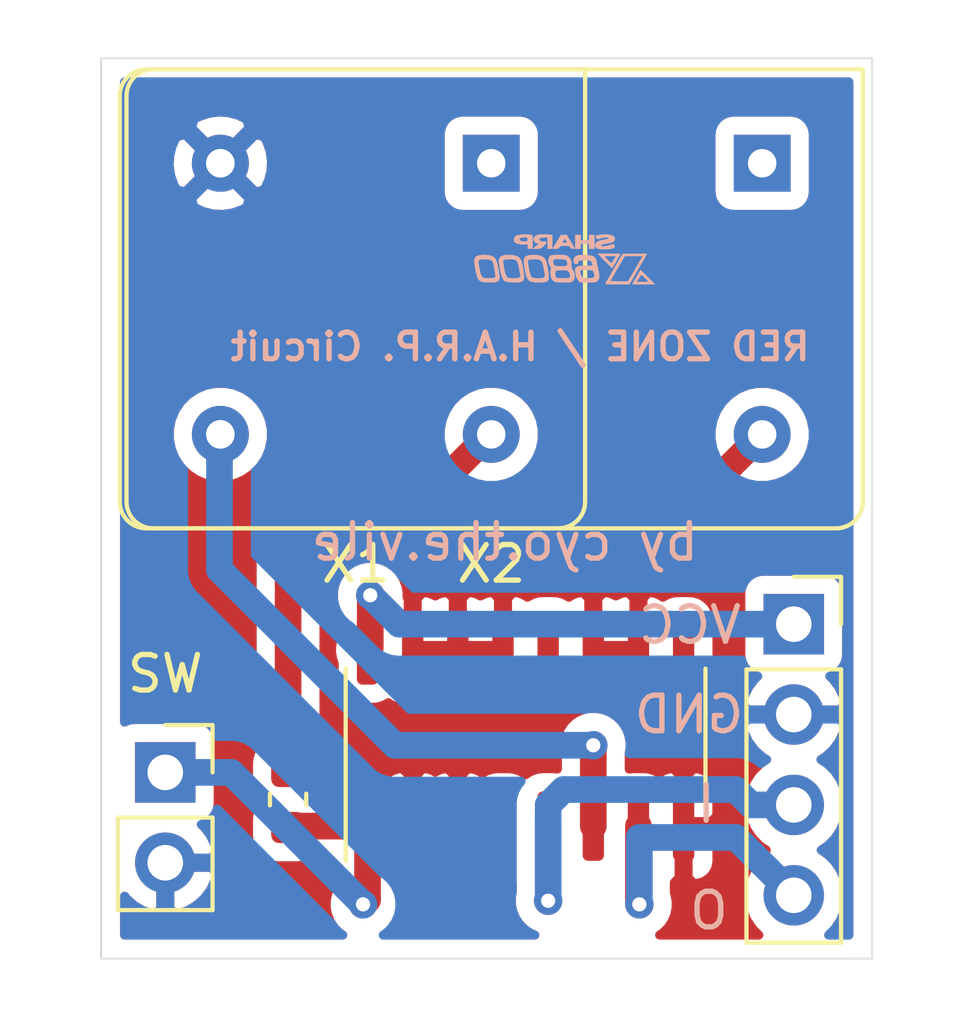
<source format=kicad_pcb>
(kicad_pcb (version 20171130) (host pcbnew "(5.1.6)-1")

  (general
    (thickness 1.6)
    (drawings 12)
    (tracks 43)
    (zones 0)
    (modules 7)
    (nets 11)
  )

  (page A4)
  (layers
    (0 F.Cu signal)
    (31 B.Cu signal)
    (32 B.Adhes user)
    (33 F.Adhes user)
    (34 B.Paste user)
    (35 F.Paste user)
    (36 B.SilkS user)
    (37 F.SilkS user)
    (38 B.Mask user)
    (39 F.Mask user)
    (40 Dwgs.User user)
    (41 Cmts.User user)
    (42 Eco1.User user)
    (43 Eco2.User user)
    (44 Edge.Cuts user)
    (45 Margin user)
    (46 B.CrtYd user)
    (47 F.CrtYd user)
    (48 B.Fab user)
    (49 F.Fab user)
  )

  (setup
    (last_trace_width 0.25)
    (trace_clearance 0.2)
    (zone_clearance 0.508)
    (zone_45_only no)
    (trace_min 0.2)
    (via_size 0.8)
    (via_drill 0.4)
    (via_min_size 0.4)
    (via_min_drill 0.3)
    (uvia_size 0.3)
    (uvia_drill 0.1)
    (uvias_allowed no)
    (uvia_min_size 0.2)
    (uvia_min_drill 0.1)
    (edge_width 0.05)
    (segment_width 0.2)
    (pcb_text_width 0.3)
    (pcb_text_size 1.5 1.5)
    (mod_edge_width 0.12)
    (mod_text_size 1 1)
    (mod_text_width 0.15)
    (pad_size 1.524 1.524)
    (pad_drill 0.762)
    (pad_to_mask_clearance 0.05)
    (aux_axis_origin 0 0)
    (visible_elements FFFFFF7F)
    (pcbplotparams
      (layerselection 0x010fc_ffffffff)
      (usegerberextensions false)
      (usegerberattributes true)
      (usegerberadvancedattributes true)
      (creategerberjobfile true)
      (excludeedgelayer true)
      (linewidth 0.100000)
      (plotframeref false)
      (viasonmask false)
      (mode 1)
      (useauxorigin false)
      (hpglpennumber 1)
      (hpglpenspeed 20)
      (hpglpendiameter 15.000000)
      (psnegative false)
      (psa4output false)
      (plotreference true)
      (plotvalue true)
      (plotinvisibletext false)
      (padsonsilk false)
      (subtractmaskfromsilk false)
      (outputformat 1)
      (mirror false)
      (drillshape 0)
      (scaleselection 1)
      (outputdirectory "gerbers/"))
  )

  (net 0 "")
  (net 1 /GND)
  (net 2 /O)
  (net 3 /I)
  (net 4 /VCC)
  (net 5 "Net-(U1-Pad12)")
  (net 6 "Net-(U1-Pad9)")
  (net 7 "Net-(U1-Pad6)")
  (net 8 "Net-(U1-Pad4)")
  (net 9 "Net-(X1-Pad1)")
  (net 10 "Net-(X2-Pad1)")

  (net_class Default "This is the default net class."
    (clearance 0.2)
    (trace_width 0.25)
    (via_dia 0.8)
    (via_drill 0.4)
    (uvia_dia 0.3)
    (uvia_drill 0.1)
    (add_net /GND)
    (add_net /I)
    (add_net /O)
    (add_net /VCC)
    (add_net "Net-(U1-Pad12)")
    (add_net "Net-(U1-Pad4)")
    (add_net "Net-(U1-Pad6)")
    (add_net "Net-(U1-Pad9)")
    (add_net "Net-(X1-Pad1)")
    (add_net "Net-(X2-Pad1)")
  )

  (module "X68000 XVI COMPACT OVERCLOCK:x68000" (layer B.Cu) (tedit 0) (tstamp 6001C7C0)
    (at 124.1298 110.617 180)
    (fp_text reference G*** (at 0 0) (layer B.SilkS) hide
      (effects (font (size 1.524 1.524) (thickness 0.3)) (justify mirror))
    )
    (fp_text value LOGO (at 0.75 0) (layer B.SilkS) hide
      (effects (font (size 1.524 1.524) (thickness 0.3)) (justify mirror))
    )
    (fp_poly (pts (xy -2.129485 -0.326594) (xy -2.106084 -0.365808) (xy -2.074008 -0.420587) (xy -2.037092 -0.484272)
      (xy -1.999171 -0.550204) (xy -1.964079 -0.61172) (xy -1.935651 -0.662163) (xy -1.917723 -0.69487)
      (xy -1.913467 -0.70371) (xy -1.929527 -0.706058) (xy -1.974216 -0.708105) (xy -2.042296 -0.709726)
      (xy -2.128529 -0.710799) (xy -2.227678 -0.7112) (xy -2.547937 -0.7112) (xy -2.480381 -0.643467)
      (xy -2.378074 -0.643467) (xy -2.028105 -0.643467) (xy -2.058345 -0.5969) (xy -2.089142 -0.549305)
      (xy -2.1223 -0.497833) (xy -2.123792 -0.49551) (xy -2.148468 -0.460315) (xy -2.165721 -0.441465)
      (xy -2.167997 -0.440476) (xy -2.183191 -0.451596) (xy -2.215892 -0.481416) (xy -2.260033 -0.524321)
      (xy -2.277534 -0.541867) (xy -2.378074 -0.643467) (xy -2.480381 -0.643467) (xy -2.34584 -0.508574)
      (xy -2.279152 -0.442105) (xy -2.221337 -0.38523) (xy -2.176355 -0.341781) (xy -2.148162 -0.315592)
      (xy -2.140377 -0.309607) (xy -2.129485 -0.326594)) (layer B.SilkS) (width 0.01))
    (fp_poly (pts (xy -2.001854 0.148804) (xy -1.979012 0.148517) (xy -1.638156 0.143933) (xy -1.395152 -0.270933)
      (xy -1.332484 -0.378334) (xy -1.275786 -0.476293) (xy -1.227227 -0.560998) (xy -1.188977 -0.628636)
      (xy -1.163207 -0.675395) (xy -1.152086 -0.697461) (xy -1.151808 -0.6985) (xy -1.167786 -0.702368)
      (xy -1.212557 -0.705762) (xy -1.281044 -0.708489) (xy -1.368174 -0.710358) (xy -1.468874 -0.711179)
      (xy -1.488547 -0.7112) (xy -1.825626 -0.7112) (xy -2.072747 -0.288288) (xy -2.135853 -0.179983)
      (xy -2.19301 -0.081297) (xy -2.242081 0.004029) (xy -2.280926 0.072258) (xy -2.287859 0.084666)
      (xy -2.204679 0.084666) (xy -2.172553 0.029633) (xy -2.154271 -0.001685) (xy -2.122089 -0.056813)
      (xy -2.079181 -0.130312) (xy -2.028723 -0.216747) (xy -1.973888 -0.310677) (xy -1.964962 -0.325967)
      (xy -1.789498 -0.626534) (xy -1.537216 -0.626534) (xy -1.449848 -0.625735) (xy -1.376562 -0.623536)
      (xy -1.323013 -0.620228) (xy -1.294853 -0.616105) (xy -1.292058 -0.613834) (xy -1.302245 -0.596154)
      (xy -1.326964 -0.553436) (xy -1.363748 -0.489936) (xy -1.410134 -0.409909) (xy -1.463655 -0.31761)
      (xy -1.498095 -0.258233) (xy -1.697009 0.084667) (xy -1.950844 0.084666) (xy -2.204679 0.084666)
      (xy -2.287859 0.084666) (xy -2.307407 0.11965) (xy -2.319387 0.142465) (xy -2.319867 0.143863)
      (xy -2.303779 0.146446) (xy -2.258882 0.1483) (xy -2.190228 0.149357) (xy -2.102868 0.149548)
      (xy -2.001854 0.148804)) (layer B.SilkS) (width 0.01))
    (fp_poly (pts (xy -0.371119 0.101371) (xy -0.307666 0.073533) (xy -0.270822 0.030076) (xy -0.258999 -0.029953)
      (xy -0.263976 -0.07829) (xy -0.275139 -0.117314) (xy -0.296389 -0.132901) (xy -0.33096 -0.135467)
      (xy -0.370366 -0.131489) (xy -0.387622 -0.113846) (xy -0.392576 -0.0889) (xy -0.397934 -0.042334)
      (xy -0.559889 -0.037525) (xy -0.646326 -0.036808) (xy -0.705457 -0.042649) (xy -0.743644 -0.057928)
      (xy -0.767246 -0.085527) (xy -0.782625 -0.128327) (xy -0.785449 -0.1397) (xy -0.796512 -0.186267)
      (xy -0.611025 -0.186267) (xy -0.496211 -0.189174) (xy -0.411741 -0.198286) (xy -0.354562 -0.214187)
      (xy -0.32162 -0.237461) (xy -0.318104 -0.24236) (xy -0.304131 -0.289913) (xy -0.30469 -0.356886)
      (xy -0.317745 -0.433162) (xy -0.341258 -0.508624) (xy -0.373192 -0.573155) (xy -0.389155 -0.595202)
      (xy -0.436478 -0.651934) (xy -0.645806 -0.65578) (xy -0.729807 -0.656065) (xy -0.80407 -0.654004)
      (xy -0.860579 -0.649971) (xy -0.891317 -0.64434) (xy -0.891422 -0.644296) (xy -0.941486 -0.606376)
      (xy -0.973963 -0.548403) (xy -0.982134 -0.499282) (xy -0.980564 -0.478801) (xy -0.846667 -0.478801)
      (xy -0.832654 -0.508239) (xy -0.808567 -0.525442) (xy -0.76873 -0.533886) (xy -0.709501 -0.536889)
      (xy -0.641854 -0.535048) (xy -0.576761 -0.528963) (xy -0.525193 -0.519233) (xy -0.500269 -0.50861)
      (xy -0.47833 -0.476755) (xy -0.458988 -0.427184) (xy -0.4466 -0.374656) (xy -0.445521 -0.333926)
      (xy -0.447072 -0.328425) (xy -0.460634 -0.31657) (xy -0.493761 -0.309231) (xy -0.551641 -0.305679)
      (xy -0.613302 -0.305059) (xy -0.684724 -0.306575) (xy -0.744301 -0.310419) (xy -0.783176 -0.315901)
      (xy -0.791943 -0.31895) (xy -0.811149 -0.344883) (xy -0.829728 -0.390775) (xy -0.843004 -0.442959)
      (xy -0.846667 -0.478801) (xy -0.980564 -0.478801) (xy -0.978472 -0.451521) (xy -0.968591 -0.382892)
      (xy -0.954151 -0.301318) (xy -0.936811 -0.214722) (xy -0.918229 -0.131026) (xy -0.900066 -0.058153)
      (xy -0.883979 -0.004025) (xy -0.873084 0.021471) (xy -0.842526 0.056378) (xy -0.799953 0.081377)
      (xy -0.739417 0.098374) (xy -0.65497 0.109275) (xy -0.584201 0.114006) (xy -0.462768 0.114545)
      (xy -0.371119 0.101371)) (layer B.SilkS) (width 0.01))
    (fp_poly (pts (xy 0.25235 0.116428) (xy 0.314557 0.112799) (xy 0.331082 0.110819) (xy 0.381536 0.100101)
      (xy 0.410559 0.081893) (xy 0.430575 0.047734) (xy 0.433391 0.041135) (xy 0.449259 -0.03787)
      (xy 0.437407 -0.122307) (xy 0.399555 -0.200866) (xy 0.3958 -0.206091) (xy 0.369915 -0.250949)
      (xy 0.372157 -0.277322) (xy 0.372492 -0.277666) (xy 0.381548 -0.302667) (xy 0.387706 -0.350177)
      (xy 0.389466 -0.397351) (xy 0.380046 -0.497594) (xy 0.351202 -0.571132) (xy 0.302061 -0.619595)
      (xy 0.260463 -0.637932) (xy 0.218412 -0.645586) (xy 0.153989 -0.651593) (xy 0.076347 -0.655735)
      (xy -0.005362 -0.6578) (xy -0.081988 -0.65757) (xy -0.144377 -0.654831) (xy -0.183378 -0.649368)
      (xy -0.186267 -0.648441) (xy -0.244385 -0.611081) (xy -0.279904 -0.554159) (xy -0.287867 -0.507165)
      (xy -0.284985 -0.471289) (xy -0.165634 -0.471289) (xy -0.162634 -0.503675) (xy -0.141637 -0.524442)
      (xy -0.098439 -0.536067) (xy -0.028834 -0.541029) (xy 0.04381 -0.541867) (xy 0.12454 -0.5411)
      (xy 0.177839 -0.538135) (xy 0.21012 -0.531975) (xy 0.227799 -0.521623) (xy 0.234467 -0.512234)
      (xy 0.258201 -0.447082) (xy 0.261777 -0.386977) (xy 0.247386 -0.346804) (xy 0.23121 -0.330471)
      (xy 0.206807 -0.320421) (xy 0.166583 -0.315206) (xy 0.102946 -0.313376) (xy 0.0717 -0.313267)
      (xy -0.013454 -0.315243) (xy -0.071678 -0.323408) (xy -0.109791 -0.34112) (xy -0.134611 -0.371735)
      (xy -0.152956 -0.418611) (xy -0.154842 -0.424805) (xy -0.165634 -0.471289) (xy -0.284985 -0.471289)
      (xy -0.279957 -0.408708) (xy -0.255469 -0.336298) (xy -0.231102 -0.302299) (xy -0.209754 -0.272552)
      (xy -0.200277 -0.235764) (xy -0.19992 -0.179806) (xy -0.200563 -0.167614) (xy -0.199379 -0.140641)
      (xy -0.084147 -0.140641) (xy -0.080013 -0.172465) (xy -0.05961 -0.19115) (xy -0.0178 -0.20013)
      (xy 0.050555 -0.202844) (xy 0.088368 -0.202941) (xy 0.159361 -0.201553) (xy 0.218086 -0.19805)
      (xy 0.255882 -0.193058) (xy 0.264165 -0.190241) (xy 0.294389 -0.156892) (xy 0.313653 -0.111025)
      (xy 0.320076 -0.063646) (xy 0.311773 -0.025763) (xy 0.294948 -0.010279) (xy 0.258068 -0.003656)
      (xy 0.199043 -0.000506) (xy 0.129393 -0.000615) (xy 0.060637 -0.003769) (xy 0.004298 -0.009757)
      (xy -0.023387 -0.016168) (xy -0.058838 -0.042775) (xy -0.07715 -0.092241) (xy -0.084147 -0.140641)
      (xy -0.199379 -0.140641) (xy -0.196581 -0.076964) (xy -0.170083 -0.004156) (xy -0.117058 0.061333)
      (xy -0.111119 0.066975) (xy -0.086056 0.086998) (xy -0.057007 0.100052) (xy -0.015564 0.108138)
      (xy 0.046681 0.113253) (xy 0.093189 0.115539) (xy 0.174224 0.117428) (xy 0.25235 0.116428)) (layer B.SilkS) (width 0.01))
    (fp_poly (pts (xy 0.917713 0.114366) (xy 1.004337 0.104168) (xy 1.06772 0.085053) (xy 1.11006 0.052987)
      (xy 1.133553 0.003941) (xy 1.140396 -0.066117) (xy 1.132787 -0.161217) (xy 1.118469 -0.254)
      (xy 1.0947 -0.380058) (xy 1.070102 -0.476396) (xy 1.041042 -0.547048) (xy 1.00389 -0.596044)
      (xy 0.955014 -0.627417) (xy 0.890781 -0.645198) (xy 0.80756 -0.65342) (xy 0.757062 -0.65522)
      (xy 0.678499 -0.655499) (xy 0.607946 -0.652917) (xy 0.555339 -0.647976) (xy 0.53655 -0.644097)
      (xy 0.48531 -0.622966) (xy 0.456006 -0.594446) (xy 0.442917 -0.549429) (xy 0.440266 -0.490857)
      (xy 0.441324 -0.473246) (xy 0.544172 -0.473246) (xy 0.547993 -0.491221) (xy 0.557694 -0.504475)
      (xy 0.568476 -0.515257) (xy 0.601177 -0.530193) (xy 0.656922 -0.539526) (xy 0.72535 -0.543221)
      (xy 0.796098 -0.541243) (xy 0.858805 -0.533557) (xy 0.90311 -0.520127) (xy 0.909336 -0.516414)
      (xy 0.930679 -0.496879) (xy 0.948557 -0.467853) (xy 0.964753 -0.423973) (xy 0.981051 -0.359872)
      (xy 0.999235 -0.270186) (xy 1.009303 -0.215664) (xy 1.022862 -0.134578) (xy 1.028781 -0.080529)
      (xy 1.02736 -0.04763) (xy 1.018903 -0.029998) (xy 1.018839 -0.029933) (xy 0.98888 -0.0169)
      (xy 0.935584 -0.007787) (xy 0.869303 -0.00305) (xy 0.80039 -0.003146) (xy 0.739196 -0.008534)
      (xy 0.705308 -0.016084) (xy 0.67013 -0.033549) (xy 0.64185 -0.063233) (xy 0.618238 -0.110049)
      (xy 0.597066 -0.178911) (xy 0.576105 -0.274732) (xy 0.567706 -0.319371) (xy 0.554057 -0.394484)
      (xy 0.546203 -0.443388) (xy 0.544172 -0.473246) (xy 0.441324 -0.473246) (xy 0.443941 -0.429702)
      (xy 0.453791 -0.350781) (xy 0.468053 -0.263505) (xy 0.484964 -0.177284) (xy 0.502761 -0.101529)
      (xy 0.519681 -0.04565) (xy 0.526798 -0.028989) (xy 0.577486 0.038575) (xy 0.650011 0.084946)
      (xy 0.746243 0.11081) (xy 0.868051 0.116853) (xy 0.917713 0.114366)) (layer B.SilkS) (width 0.01))
    (fp_poly (pts (xy 1.702731 0.102718) (xy 1.771948 0.079195) (xy 1.802612 0.057635) (xy 1.825144 0.026909)
      (xy 1.837572 -0.013663) (xy 1.840093 -0.069619) (xy 1.832903 -0.146498) (xy 1.816201 -0.249839)
      (xy 1.813969 -0.262091) (xy 1.787433 -0.389851) (xy 1.75981 -0.487129) (xy 1.729706 -0.557307)
      (xy 1.695723 -0.60377) (xy 1.66345 -0.626805) (xy 1.623496 -0.637728) (xy 1.559545 -0.646345)
      (xy 1.481415 -0.652263) (xy 1.39892 -0.655091) (xy 1.321877 -0.654436) (xy 1.260103 -0.649906)
      (xy 1.230817 -0.644097) (xy 1.178075 -0.621954) (xy 1.148645 -0.591689) (xy 1.136316 -0.543888)
      (xy 1.134533 -0.498061) (xy 1.136398 -0.466067) (xy 1.238957 -0.466067) (xy 1.240224 -0.486258)
      (xy 1.246755 -0.499065) (xy 1.25838 -0.51098) (xy 1.262742 -0.515257) (xy 1.293279 -0.528635)
      (xy 1.34713 -0.537713) (xy 1.413987 -0.542231) (xy 1.483541 -0.541931) (xy 1.545481 -0.536555)
      (xy 1.589499 -0.525844) (xy 1.59428 -0.523571) (xy 1.621407 -0.500919) (xy 1.644631 -0.461667)
      (xy 1.665589 -0.401301) (xy 1.685918 -0.315308) (xy 1.703011 -0.223993) (xy 1.716478 -0.140277)
      (xy 1.722584 -0.083919) (xy 1.721616 -0.049285) (xy 1.713865 -0.030744) (xy 1.712969 -0.029796)
      (xy 1.683226 -0.016919) (xy 1.630159 -0.007845) (xy 1.564146 -0.003046) (xy 1.495566 -0.002995)
      (xy 1.434796 -0.008164) (xy 1.401041 -0.0156) (xy 1.367109 -0.030666) (xy 1.340802 -0.054014)
      (xy 1.319546 -0.09109) (xy 1.30077 -0.147338) (xy 1.2819 -0.228201) (xy 1.268412 -0.2963)
      (xy 1.252882 -0.377578) (xy 1.24312 -0.432004) (xy 1.238957 -0.466067) (xy 1.136398 -0.466067)
      (xy 1.138535 -0.429414) (xy 1.149322 -0.344733) (xy 1.165066 -0.253151) (xy 1.183939 -0.163801)
      (xy 1.204112 -0.085818) (xy 1.223758 -0.028335) (xy 1.231888 -0.011675) (xy 1.276552 0.043677)
      (xy 1.33839 0.081614) (xy 1.422896 0.104678) (xy 1.502915 0.11364) (xy 1.61106 0.114572)
      (xy 1.702731 0.102718)) (layer B.SilkS) (width 0.01))
    (fp_poly (pts (xy 2.327361 0.113453) (xy 2.406112 0.101375) (xy 2.46613 0.080534) (xy 2.486817 0.066318)
      (xy 2.5135 0.034852) (xy 2.529343 -0.003441) (xy 2.534753 -0.054508) (xy 2.530137 -0.124293)
      (xy 2.5159 -0.218741) (xy 2.508948 -0.257488) (xy 2.484568 -0.381895) (xy 2.460692 -0.476794)
      (xy 2.433548 -0.546272) (xy 2.39936 -0.594415) (xy 2.354354 -0.625311) (xy 2.294756 -0.643046)
      (xy 2.216791 -0.651708) (xy 2.142066 -0.65476) (xy 2.064193 -0.655224) (xy 1.994287 -0.652726)
      (xy 1.942449 -0.647765) (xy 1.925084 -0.644097) (xy 1.872062 -0.621761) (xy 1.842612 -0.591162)
      (xy 1.830436 -0.542834) (xy 1.8288 -0.499324) (xy 1.829235 -0.492532) (xy 1.939709 -0.492532)
      (xy 1.940886 -0.498691) (xy 1.952242 -0.516127) (xy 1.974479 -0.527716) (xy 2.013782 -0.534745)
      (xy 2.076336 -0.538505) (xy 2.138603 -0.539903) (xy 2.207591 -0.539785) (xy 2.252198 -0.535545)
      (xy 2.281845 -0.525118) (xy 2.305953 -0.506439) (xy 2.310173 -0.5023) (xy 2.330265 -0.476652)
      (xy 2.347837 -0.439981) (xy 2.364396 -0.387137) (xy 2.381446 -0.31297) (xy 2.400493 -0.212329)
      (xy 2.408725 -0.165151) (xy 2.418517 -0.094993) (xy 2.415403 -0.049758) (xy 2.394243 -0.02342)
      (xy 2.349895 -0.009957) (xy 2.27722 -0.003344) (xy 2.270302 -0.002946) (xy 2.162773 -0.003976)
      (xy 2.084051 -0.021125) (xy 2.032971 -0.054749) (xy 2.01631 -0.080232) (xy 2.003355 -0.118781)
      (xy 1.98852 -0.178269) (xy 1.973334 -0.250201) (xy 1.95933 -0.326086) (xy 1.948037 -0.397432)
      (xy 1.940986 -0.455744) (xy 1.939709 -0.492532) (xy 1.829235 -0.492532) (xy 1.833175 -0.431045)
      (xy 1.844935 -0.34516) (xy 1.862035 -0.25159) (xy 1.882428 -0.160257) (xy 1.904067 -0.081083)
      (xy 1.924905 -0.023988) (xy 1.928273 -0.017091) (xy 1.962445 0.030825) (xy 2.00498 0.068966)
      (xy 2.009775 0.071943) (xy 2.071085 0.096011) (xy 2.150611 0.11088) (xy 2.239115 0.116657)
      (xy 2.327361 0.113453)) (layer B.SilkS) (width 0.01))
    (fp_poly (pts (xy -1.135319 -0.048426) (xy -1.200556 -0.115591) (xy -1.257483 -0.173471) (xy -1.302017 -0.217972)
      (xy -1.330073 -0.245001) (xy -1.337734 -0.251337) (xy -1.348884 -0.238344) (xy -1.373365 -0.201326)
      (xy -1.40776 -0.145689) (xy -1.44865 -0.076843) (xy -1.456267 -0.063757) (xy -1.497979 0.008379)
      (xy -1.533345 0.070028) (xy -1.541642 0.084666) (xy -1.454804 0.084666) (xy -1.392035 -0.016747)
      (xy -1.359874 -0.066827) (xy -1.334342 -0.103127) (xy -1.320649 -0.11827) (xy -1.32027 -0.118347)
      (xy -1.305076 -0.107217) (xy -1.272375 -0.077388) (xy -1.228233 -0.034478) (xy -1.210734 -0.016934)
      (xy -1.110194 0.084666) (xy -1.454804 0.084666) (xy -1.541642 0.084666) (xy -1.558967 0.115231)
      (xy -1.571448 0.13803) (xy -1.571978 0.139154) (xy -1.557742 0.143293) (xy -1.514748 0.146903)
      (xy -1.448103 0.149769) (xy -1.362914 0.151673) (xy -1.264287 0.152398) (xy -1.259497 0.1524)
      (xy -0.941372 0.1524) (xy -1.135319 -0.048426)) (layer B.SilkS) (width 0.01))
    (fp_poly (pts (xy -1.046686 0.686803) (xy -0.97696 0.677435) (xy -0.921433 0.664209) (xy -0.887503 0.648334)
      (xy -0.880534 0.637036) (xy -0.889859 0.607212) (xy -0.902663 0.585809) (xy -0.917707 0.569253)
      (xy -0.936865 0.563946) (xy -0.970042 0.569606) (xy -1.015803 0.582573) (xy -1.087653 0.599634)
      (xy -1.154704 0.608122) (xy -1.208449 0.607618) (xy -1.240382 0.5977) (xy -1.243877 0.593837)
      (xy -1.247183 0.580327) (xy -1.235094 0.568977) (xy -1.202767 0.557993) (xy -1.145355 0.54558)
      (xy -1.08307 0.534278) (xy -0.984306 0.511156) (xy -0.91647 0.480866) (xy -0.877075 0.441765)
      (xy -0.863636 0.392207) (xy -0.863601 0.389139) (xy -0.870488 0.345024) (xy -0.893971 0.3136)
      (xy -0.938277 0.292894) (xy -1.007638 0.280932) (xy -1.106283 0.275739) (xy -1.106633 0.275732)
      (xy -1.197064 0.276281) (xy -1.276707 0.281383) (xy -1.335414 0.290297) (xy -1.346066 0.29317)
      (xy -1.398632 0.317574) (xy -1.418497 0.348531) (xy -1.406431 0.387458) (xy -1.401472 0.394681)
      (xy -1.385544 0.411932) (xy -1.365528 0.415941) (xy -1.330447 0.407071) (xy -1.303779 0.397902)
      (xy -1.240383 0.379662) (xy -1.172287 0.366535) (xy -1.108382 0.359429) (xy -1.057559 0.359255)
      (xy -1.028707 0.366922) (xy -1.026332 0.369516) (xy -1.028947 0.391073) (xy -1.062606 0.410145)
      (xy -1.124507 0.425513) (xy -1.169705 0.431959) (xy -1.27135 0.449345) (xy -1.3487 0.47463)
      (xy -1.398395 0.506409) (xy -1.415792 0.534775) (xy -1.41749 0.591183) (xy -1.39026 0.634496)
      (xy -1.333177 0.665372) (xy -1.245321 0.684468) (xy -1.199141 0.689124) (xy -1.123213 0.691102)
      (xy -1.046686 0.686803)) (layer B.SilkS) (width 0.01))
    (fp_poly (pts (xy -0.694267 0.524933) (xy -0.457201 0.524933) (xy -0.457201 0.677333) (xy -0.3048 0.677333)
      (xy -0.3048 0.287866) (xy -0.457201 0.287866) (xy -0.457201 0.440267) (xy -0.694267 0.440267)
      (xy -0.694267 0.287866) (xy -0.846667 0.287866) (xy -0.846667 0.677333) (xy -0.694267 0.677333)
      (xy -0.694267 0.524933)) (layer B.SilkS) (width 0.01))
    (fp_poly (pts (xy 0.209023 0.492912) (xy 0.251488 0.422664) (xy 0.286639 0.363061) (xy 0.31112 0.319899)
      (xy 0.321578 0.298973) (xy 0.321733 0.298178) (xy 0.306592 0.292013) (xy 0.268307 0.288328)
      (xy 0.245923 0.287866) (xy 0.193784 0.291671) (xy 0.161957 0.30664) (xy 0.142376 0.3302)
      (xy 0.125027 0.352172) (xy 0.102949 0.364883) (xy 0.067166 0.370825) (xy 0.008702 0.372492)
      (xy -0.010024 0.372533) (xy -0.075385 0.371531) (xy -0.115874 0.366862) (xy -0.140468 0.356032)
      (xy -0.158143 0.33655) (xy -0.162424 0.3302) (xy -0.201959 0.294902) (xy -0.239015 0.287866)
      (xy -0.273857 0.290953) (xy -0.287867 0.298127) (xy -0.279603 0.315715) (xy -0.257026 0.356389)
      (xy -0.223464 0.414321) (xy -0.188499 0.473155) (xy -0.074082 0.473155) (xy -0.060815 0.460633)
      (xy -0.022217 0.45727) (xy -0.009634 0.4572) (xy 0.066591 0.4572) (xy 0.030378 0.518577)
      (xy 0.006803 0.555932) (xy -0.008288 0.56746) (xy -0.02271 0.557024) (xy -0.029559 0.54821)
      (xy -0.063252 0.50047) (xy -0.074082 0.473155) (xy -0.188499 0.473155) (xy -0.182241 0.483684)
      (xy -0.17672 0.49286) (xy -0.065573 0.677333) (xy 0.096313 0.677333) (xy 0.209023 0.492912)) (layer B.SilkS) (width 0.01))
    (fp_poly (pts (xy 0.665741 0.689221) (xy 0.74003 0.67842) (xy 0.776291 0.667948) (xy 0.831675 0.634016)
      (xy 0.865334 0.588997) (xy 0.8721 0.540602) (xy 0.869157 0.529367) (xy 0.843167 0.489741)
      (xy 0.802165 0.456357) (xy 0.760661 0.440774) (xy 0.757766 0.440643) (xy 0.735344 0.432132)
      (xy 0.726909 0.416125) (xy 0.738879 0.405866) (xy 0.740833 0.405695) (xy 0.759753 0.394938)
      (xy 0.7944 0.368154) (xy 0.819854 0.346428) (xy 0.886175 0.287867) (xy 0.777521 0.288512)
      (xy 0.7205 0.289891) (xy 0.681124 0.296558) (xy 0.64765 0.313548) (xy 0.608335 0.345898)
      (xy 0.577636 0.374235) (xy 0.526431 0.427045) (xy 0.504376 0.463787) (xy 0.511601 0.485844)
      (xy 0.548231 0.4946) (xy 0.588628 0.493762) (xy 0.646466 0.497587) (xy 0.687978 0.515296)
      (xy 0.707032 0.542699) (xy 0.700972 0.570508) (xy 0.679743 0.589486) (xy 0.639742 0.600706)
      (xy 0.578206 0.606175) (xy 0.474133 0.611216) (xy 0.474133 0.287866) (xy 0.338666 0.287866)
      (xy 0.338666 0.672902) (xy 0.402166 0.683398) (xy 0.485418 0.692181) (xy 0.577073 0.693965)
      (xy 0.665741 0.689221)) (layer B.SilkS) (width 0.01))
    (fp_poly (pts (xy 1.184344 0.691741) (xy 1.270012 0.68166) (xy 1.337171 0.664377) (xy 1.368915 0.648176)
      (xy 1.405663 0.603849) (xy 1.420454 0.549064) (xy 1.411313 0.496176) (xy 1.396791 0.473902)
      (xy 1.355076 0.446564) (xy 1.290682 0.425189) (xy 1.21461 0.412205) (xy 1.137865 0.410037)
      (xy 1.115731 0.411931) (xy 1.032933 0.421738) (xy 1.032933 0.354802) (xy 1.03127 0.311958)
      (xy 1.019763 0.29292) (xy 0.988635 0.288027) (xy 0.965199 0.287866) (xy 0.897466 0.287866)
      (xy 0.897466 0.561622) (xy 1.032933 0.561622) (xy 1.036114 0.523062) (xy 1.050482 0.501753)
      (xy 1.083268 0.493518) (xy 1.141708 0.494177) (xy 1.149041 0.494561) (xy 1.21541 0.503016)
      (xy 1.252526 0.520252) (xy 1.258798 0.527747) (xy 1.268019 0.563656) (xy 1.246116 0.589941)
      (xy 1.194732 0.605535) (xy 1.132459 0.6096) (xy 1.076936 0.608823) (xy 1.047216 0.6039)
      (xy 1.035238 0.590945) (xy 1.032941 0.566073) (xy 1.032933 0.561622) (xy 0.897466 0.561622)
      (xy 0.897466 0.674896) (xy 0.992249 0.686739) (xy 1.08886 0.69373) (xy 1.184344 0.691741)) (layer B.SilkS) (width 0.01))
  )

  (module Oscillator:Oscillator_DIP-8 (layer F.Cu) (tedit 58CD3344) (tstamp 6001A8A2)
    (at 122.0724 107.9246 180)
    (descr "Oscillator, DIP8,http://cdn-reichelt.de/documents/datenblatt/B400/OSZI.pdf")
    (tags oscillator)
    (path /60746C26)
    (fp_text reference X1 (at 3.81 -11.26) (layer F.SilkS)
      (effects (font (size 1 1) (thickness 0.15)))
    )
    (fp_text value CXO_DIP8 (at 3.81 3.74) (layer F.Fab)
      (effects (font (size 1 1) (thickness 0.15)))
    )
    (fp_arc (start -1.89 -9.51) (end -2.54 -9.51) (angle 90) (layer F.Fab) (width 0.1))
    (fp_arc (start 9.51 -9.51) (end 9.51 -10.16) (angle 90) (layer F.Fab) (width 0.1))
    (fp_arc (start 9.51 1.89) (end 10.16 1.89) (angle 90) (layer F.Fab) (width 0.1))
    (fp_arc (start -1.89 -9.51) (end -2.64 -9.51) (angle 90) (layer F.SilkS) (width 0.12))
    (fp_arc (start 9.51 -9.51) (end 9.51 -10.26) (angle 90) (layer F.SilkS) (width 0.12))
    (fp_arc (start 9.51 1.89) (end 10.26 1.89) (angle 90) (layer F.SilkS) (width 0.12))
    (fp_arc (start -1.19 -8.81) (end -1.54 -8.81) (angle 90) (layer F.Fab) (width 0.1))
    (fp_arc (start 8.81 -8.81) (end 8.81 -9.16) (angle 90) (layer F.Fab) (width 0.1))
    (fp_arc (start 8.81 1.19) (end 9.16 1.19) (angle 90) (layer F.Fab) (width 0.1))
    (fp_text user %R (at 3.81 -3.81) (layer F.Fab)
      (effects (font (size 1 1) (thickness 0.15)))
    )
    (fp_line (start 10.41 2.79) (end 10.41 -10.41) (layer F.CrtYd) (width 0.05))
    (fp_line (start 10.41 -10.41) (end -2.79 -10.41) (layer F.CrtYd) (width 0.05))
    (fp_line (start -2.79 -10.41) (end -2.79 2.79) (layer F.CrtYd) (width 0.05))
    (fp_line (start -2.79 2.79) (end 10.41 2.79) (layer F.CrtYd) (width 0.05))
    (fp_line (start 9.16 1.19) (end 9.16 -8.81) (layer F.Fab) (width 0.1))
    (fp_line (start -1.19 -9.16) (end 8.81 -9.16) (layer F.Fab) (width 0.1))
    (fp_line (start -1.54 1.54) (end -1.54 -8.81) (layer F.Fab) (width 0.1))
    (fp_line (start -1.54 1.54) (end 8.81 1.54) (layer F.Fab) (width 0.1))
    (fp_line (start -2.64 -9.51) (end -2.64 2.64) (layer F.SilkS) (width 0.12))
    (fp_line (start 9.51 -10.26) (end -1.89 -10.26) (layer F.SilkS) (width 0.12))
    (fp_line (start 10.26 1.89) (end 10.26 -9.51) (layer F.SilkS) (width 0.12))
    (fp_line (start -2.64 2.64) (end 9.51 2.64) (layer F.SilkS) (width 0.12))
    (fp_line (start -2.54 2.54) (end 9.51 2.54) (layer F.Fab) (width 0.1))
    (fp_line (start 10.16 -9.51) (end 10.16 1.89) (layer F.Fab) (width 0.1))
    (fp_line (start -1.89 -10.16) (end 9.51 -10.16) (layer F.Fab) (width 0.1))
    (fp_line (start -2.54 2.54) (end -2.54 -9.51) (layer F.Fab) (width 0.1))
    (pad 4 thru_hole circle (at 7.62 0 180) (size 1.6 1.6) (drill 0.8) (layers *.Cu *.Mask)
      (net 1 /GND))
    (pad 5 thru_hole circle (at 7.62 -7.62 180) (size 1.6 1.6) (drill 0.8) (layers *.Cu *.Mask)
      (net 7 "Net-(U1-Pad6)"))
    (pad 8 thru_hole circle (at 0 -7.62 180) (size 1.6 1.6) (drill 0.8) (layers *.Cu *.Mask)
      (net 4 /VCC))
    (pad 1 thru_hole rect (at 0 0 180) (size 1.6 1.6) (drill 0.8) (layers *.Cu *.Mask)
      (net 9 "Net-(X1-Pad1)"))
    (model ${KISYS3DMOD}/Oscillator.3dshapes/Oscillator_DIP-8.wrl
      (at (xyz 0 0 0))
      (scale (xyz 1 1 1))
      (rotate (xyz 0 0 0))
    )
  )

  (module Oscillator:Oscillator_DIP-14 (layer F.Cu) (tedit 58CD3344) (tstamp 6001A244)
    (at 129.6924 107.9246 180)
    (descr "Oscillator, DIP14, http://cdn-reichelt.de/documents/datenblatt/B400/OSZI.pdf")
    (tags oscillator)
    (path /60747A8D)
    (fp_text reference X2 (at 7.62 -11.26) (layer F.SilkS)
      (effects (font (size 1 1) (thickness 0.15)))
    )
    (fp_text value CXO_DIP14 (at 7.62 3.74) (layer F.Fab)
      (effects (font (size 1 1) (thickness 0.15)))
    )
    (fp_arc (start -2.08 -9.51) (end -2.73 -9.51) (angle 90) (layer F.Fab) (width 0.1))
    (fp_arc (start 17.32 -9.51) (end 17.32 -10.16) (angle 90) (layer F.Fab) (width 0.1))
    (fp_arc (start 17.32 1.89) (end 17.97 1.89) (angle 90) (layer F.Fab) (width 0.1))
    (fp_arc (start -2.08 -9.51) (end -2.83 -9.51) (angle 90) (layer F.SilkS) (width 0.12))
    (fp_arc (start 17.32 -9.51) (end 17.32 -10.26) (angle 90) (layer F.SilkS) (width 0.12))
    (fp_arc (start 17.32 1.89) (end 18.07 1.89) (angle 90) (layer F.SilkS) (width 0.12))
    (fp_arc (start -1.38 -8.81) (end -1.73 -8.81) (angle 90) (layer F.Fab) (width 0.1))
    (fp_arc (start 16.62 -8.81) (end 16.62 -9.16) (angle 90) (layer F.Fab) (width 0.1))
    (fp_arc (start 16.62 1.19) (end 16.97 1.19) (angle 90) (layer F.Fab) (width 0.1))
    (fp_text user %R (at 7.62 -3.81) (layer F.Fab)
      (effects (font (size 1 1) (thickness 0.15)))
    )
    (fp_line (start 18.22 2.79) (end 18.22 -10.41) (layer F.CrtYd) (width 0.05))
    (fp_line (start 18.22 -10.41) (end -2.98 -10.41) (layer F.CrtYd) (width 0.05))
    (fp_line (start -2.98 -10.41) (end -2.98 2.79) (layer F.CrtYd) (width 0.05))
    (fp_line (start -2.98 2.79) (end 18.22 2.79) (layer F.CrtYd) (width 0.05))
    (fp_line (start 16.97 1.19) (end 16.97 -8.81) (layer F.Fab) (width 0.1))
    (fp_line (start -1.38 -9.16) (end 16.62 -9.16) (layer F.Fab) (width 0.1))
    (fp_line (start -1.73 1.54) (end -1.73 -8.81) (layer F.Fab) (width 0.1))
    (fp_line (start -1.73 1.54) (end 16.62 1.54) (layer F.Fab) (width 0.1))
    (fp_line (start -2.83 -9.51) (end -2.83 2.64) (layer F.SilkS) (width 0.12))
    (fp_line (start 17.32 -10.26) (end -2.08 -10.26) (layer F.SilkS) (width 0.12))
    (fp_line (start 18.07 1.89) (end 18.07 -9.51) (layer F.SilkS) (width 0.12))
    (fp_line (start -2.83 2.64) (end 17.32 2.64) (layer F.SilkS) (width 0.12))
    (fp_line (start -2.73 2.54) (end 17.32 2.54) (layer F.Fab) (width 0.1))
    (fp_line (start 17.97 -9.51) (end 17.97 1.89) (layer F.Fab) (width 0.1))
    (fp_line (start -2.08 -10.16) (end 17.32 -10.16) (layer F.Fab) (width 0.1))
    (fp_line (start -2.73 2.54) (end -2.73 -9.51) (layer F.Fab) (width 0.1))
    (pad 7 thru_hole circle (at 15.24 0 180) (size 1.6 1.6) (drill 0.8) (layers *.Cu *.Mask)
      (net 1 /GND))
    (pad 8 thru_hole circle (at 15.24 -7.62 180) (size 1.6 1.6) (drill 0.8) (layers *.Cu *.Mask)
      (net 7 "Net-(U1-Pad6)"))
    (pad 14 thru_hole circle (at 0 -7.62 180) (size 1.6 1.6) (drill 0.8) (layers *.Cu *.Mask)
      (net 4 /VCC))
    (pad 1 thru_hole rect (at 0 0 180) (size 1.6 1.6) (drill 0.8) (layers *.Cu *.Mask)
      (net 10 "Net-(X2-Pad1)"))
    (model ${KISYS3DMOD}/Oscillator.3dshapes/Oscillator_DIP-14.wrl
      (at (xyz 0 0 0))
      (scale (xyz 1 1 1))
      (rotate (xyz 0 0 0))
    )
  )

  (module Package_SO:SOIC-16_3.9x9.9mm_P1.27mm (layer F.Cu) (tedit 5D9F72B1) (tstamp 6001A200)
    (at 123.0376 124.079 90)
    (descr "SOIC, 16 Pin (JEDEC MS-012AC, https://www.analog.com/media/en/package-pcb-resources/package/pkg_pdf/soic_narrow-r/r_16.pdf), generated with kicad-footprint-generator ipc_gullwing_generator.py")
    (tags "SOIC SO")
    (path /6075D6B4)
    (attr smd)
    (fp_text reference U1 (at 0 -5.9 90) (layer F.SilkS) hide
      (effects (font (size 1 1) (thickness 0.15)))
    )
    (fp_text value SOIC16 (at 0 5.9 90) (layer F.Fab)
      (effects (font (size 1 1) (thickness 0.15)))
    )
    (fp_text user %R (at 0 0 90) (layer F.Fab)
      (effects (font (size 0.98 0.98) (thickness 0.15)))
    )
    (fp_line (start 0 5.06) (end 1.95 5.06) (layer F.SilkS) (width 0.12))
    (fp_line (start 0 5.06) (end -1.95 5.06) (layer F.SilkS) (width 0.12))
    (fp_line (start 0 -5.06) (end 1.95 -5.06) (layer F.SilkS) (width 0.12))
    (fp_line (start 0 -5.06) (end -3.45 -5.06) (layer F.SilkS) (width 0.12))
    (fp_line (start -0.975 -4.95) (end 1.95 -4.95) (layer F.Fab) (width 0.1))
    (fp_line (start 1.95 -4.95) (end 1.95 4.95) (layer F.Fab) (width 0.1))
    (fp_line (start 1.95 4.95) (end -1.95 4.95) (layer F.Fab) (width 0.1))
    (fp_line (start -1.95 4.95) (end -1.95 -3.975) (layer F.Fab) (width 0.1))
    (fp_line (start -1.95 -3.975) (end -0.975 -4.95) (layer F.Fab) (width 0.1))
    (fp_line (start -3.7 -5.2) (end -3.7 5.2) (layer F.CrtYd) (width 0.05))
    (fp_line (start -3.7 5.2) (end 3.7 5.2) (layer F.CrtYd) (width 0.05))
    (fp_line (start 3.7 5.2) (end 3.7 -5.2) (layer F.CrtYd) (width 0.05))
    (fp_line (start 3.7 -5.2) (end -3.7 -5.2) (layer F.CrtYd) (width 0.05))
    (pad 16 smd roundrect (at 2.475 -4.445 90) (size 1.95 0.6) (layers F.Cu F.Paste F.Mask) (roundrect_rratio 0.25)
      (net 4 /VCC))
    (pad 15 smd roundrect (at 2.475 -3.175 90) (size 1.95 0.6) (layers F.Cu F.Paste F.Mask) (roundrect_rratio 0.25)
      (net 1 /GND))
    (pad 14 smd roundrect (at 2.475 -1.905 90) (size 1.95 0.6) (layers F.Cu F.Paste F.Mask) (roundrect_rratio 0.25)
      (net 1 /GND))
    (pad 13 smd roundrect (at 2.475 -0.635 90) (size 1.95 0.6) (layers F.Cu F.Paste F.Mask) (roundrect_rratio 0.25)
      (net 1 /GND))
    (pad 12 smd roundrect (at 2.475 0.635 90) (size 1.95 0.6) (layers F.Cu F.Paste F.Mask) (roundrect_rratio 0.25)
      (net 5 "Net-(U1-Pad12)"))
    (pad 11 smd roundrect (at 2.475 1.905 90) (size 1.95 0.6) (layers F.Cu F.Paste F.Mask) (roundrect_rratio 0.25)
      (net 1 /GND))
    (pad 10 smd roundrect (at 2.475 3.175 90) (size 1.95 0.6) (layers F.Cu F.Paste F.Mask) (roundrect_rratio 0.25)
      (net 1 /GND))
    (pad 9 smd roundrect (at 2.475 4.445 90) (size 1.95 0.6) (layers F.Cu F.Paste F.Mask) (roundrect_rratio 0.25)
      (net 6 "Net-(U1-Pad9)"))
    (pad 8 smd roundrect (at -2.475 4.445 90) (size 1.95 0.6) (layers F.Cu F.Paste F.Mask) (roundrect_rratio 0.25)
      (net 1 /GND))
    (pad 7 smd roundrect (at -2.475 3.175 90) (size 1.95 0.6) (layers F.Cu F.Paste F.Mask) (roundrect_rratio 0.25)
      (net 2 /O))
    (pad 6 smd roundrect (at -2.475 1.905 90) (size 1.95 0.6) (layers F.Cu F.Paste F.Mask) (roundrect_rratio 0.25)
      (net 7 "Net-(U1-Pad6)"))
    (pad 5 smd roundrect (at -2.475 0.635 90) (size 1.95 0.6) (layers F.Cu F.Paste F.Mask) (roundrect_rratio 0.25)
      (net 3 /I))
    (pad 4 smd roundrect (at -2.475 -0.635 90) (size 1.95 0.6) (layers F.Cu F.Paste F.Mask) (roundrect_rratio 0.25)
      (net 8 "Net-(U1-Pad4)"))
    (pad 3 smd roundrect (at -2.475 -1.905 90) (size 1.95 0.6) (layers F.Cu F.Paste F.Mask) (roundrect_rratio 0.25)
      (net 1 /GND))
    (pad 2 smd roundrect (at -2.475 -3.175 90) (size 1.95 0.6) (layers F.Cu F.Paste F.Mask) (roundrect_rratio 0.25)
      (net 1 /GND))
    (pad 1 smd roundrect (at -2.475 -4.445 90) (size 1.95 0.6) (layers F.Cu F.Paste F.Mask) (roundrect_rratio 0.25)
      (net 4 /VCC))
    (model ${KISYS3DMOD}/Package_SO.3dshapes/SOIC-16_3.9x9.9mm_P1.27mm.wrl
      (at (xyz 0 0 0))
      (scale (xyz 1 1 1))
      (rotate (xyz 0 0 0))
    )
  )

  (module Resistor_SMD:R_0603_1608Metric (layer F.Cu) (tedit 5B301BBD) (tstamp 6001A1DE)
    (at 116.3574 125.8062 90)
    (descr "Resistor SMD 0603 (1608 Metric), square (rectangular) end terminal, IPC_7351 nominal, (Body size source: http://www.tortai-tech.com/upload/download/2011102023233369053.pdf), generated with kicad-footprint-generator")
    (tags resistor)
    (path /6074A3D1)
    (attr smd)
    (fp_text reference R1 (at 0 -1.43 90) (layer F.SilkS) hide
      (effects (font (size 1 1) (thickness 0.15)))
    )
    (fp_text value 4.7K (at 0 1.43 90) (layer F.Fab)
      (effects (font (size 1 1) (thickness 0.15)))
    )
    (fp_text user %R (at 0 0 90) (layer F.Fab)
      (effects (font (size 0.4 0.4) (thickness 0.06)))
    )
    (fp_line (start -0.8 0.4) (end -0.8 -0.4) (layer F.Fab) (width 0.1))
    (fp_line (start -0.8 -0.4) (end 0.8 -0.4) (layer F.Fab) (width 0.1))
    (fp_line (start 0.8 -0.4) (end 0.8 0.4) (layer F.Fab) (width 0.1))
    (fp_line (start 0.8 0.4) (end -0.8 0.4) (layer F.Fab) (width 0.1))
    (fp_line (start -0.162779 -0.51) (end 0.162779 -0.51) (layer F.SilkS) (width 0.12))
    (fp_line (start -0.162779 0.51) (end 0.162779 0.51) (layer F.SilkS) (width 0.12))
    (fp_line (start -1.48 0.73) (end -1.48 -0.73) (layer F.CrtYd) (width 0.05))
    (fp_line (start -1.48 -0.73) (end 1.48 -0.73) (layer F.CrtYd) (width 0.05))
    (fp_line (start 1.48 -0.73) (end 1.48 0.73) (layer F.CrtYd) (width 0.05))
    (fp_line (start 1.48 0.73) (end -1.48 0.73) (layer F.CrtYd) (width 0.05))
    (pad 2 smd roundrect (at 0.7875 0 90) (size 0.875 0.95) (layers F.Cu F.Paste F.Mask) (roundrect_rratio 0.25)
      (net 4 /VCC))
    (pad 1 smd roundrect (at -0.7875 0 90) (size 0.875 0.95) (layers F.Cu F.Paste F.Mask) (roundrect_rratio 0.25)
      (net 4 /VCC))
    (model ${KISYS3DMOD}/Resistor_SMD.3dshapes/R_0603_1608Metric.wrl
      (at (xyz 0 0 0))
      (scale (xyz 1 1 1))
      (rotate (xyz 0 0 0))
    )
  )

  (module Connector_PinSocket_2.54mm:PinSocket_1x04_P2.54mm_Vertical (layer F.Cu) (tedit 5A19A429) (tstamp 6001A1CD)
    (at 130.5814 120.8786)
    (descr "Through hole straight socket strip, 1x04, 2.54mm pitch, single row (from Kicad 4.0.7), script generated")
    (tags "Through hole socket strip THT 1x04 2.54mm single row")
    (path /6074CDBC)
    (fp_text reference J2 (at 0 -2.77) (layer F.SilkS) hide
      (effects (font (size 1 1) (thickness 0.15)))
    )
    (fp_text value Conn_01x04 (at 0 10.39) (layer F.Fab)
      (effects (font (size 1 1) (thickness 0.15)))
    )
    (fp_text user %R (at 0 3.81 90) (layer F.Fab)
      (effects (font (size 1 1) (thickness 0.15)))
    )
    (fp_line (start -1.27 -1.27) (end 0.635 -1.27) (layer F.Fab) (width 0.1))
    (fp_line (start 0.635 -1.27) (end 1.27 -0.635) (layer F.Fab) (width 0.1))
    (fp_line (start 1.27 -0.635) (end 1.27 8.89) (layer F.Fab) (width 0.1))
    (fp_line (start 1.27 8.89) (end -1.27 8.89) (layer F.Fab) (width 0.1))
    (fp_line (start -1.27 8.89) (end -1.27 -1.27) (layer F.Fab) (width 0.1))
    (fp_line (start -1.33 1.27) (end 1.33 1.27) (layer F.SilkS) (width 0.12))
    (fp_line (start -1.33 1.27) (end -1.33 8.95) (layer F.SilkS) (width 0.12))
    (fp_line (start -1.33 8.95) (end 1.33 8.95) (layer F.SilkS) (width 0.12))
    (fp_line (start 1.33 1.27) (end 1.33 8.95) (layer F.SilkS) (width 0.12))
    (fp_line (start 1.33 -1.33) (end 1.33 0) (layer F.SilkS) (width 0.12))
    (fp_line (start 0 -1.33) (end 1.33 -1.33) (layer F.SilkS) (width 0.12))
    (fp_line (start -1.8 -1.8) (end 1.75 -1.8) (layer F.CrtYd) (width 0.05))
    (fp_line (start 1.75 -1.8) (end 1.75 9.4) (layer F.CrtYd) (width 0.05))
    (fp_line (start 1.75 9.4) (end -1.8 9.4) (layer F.CrtYd) (width 0.05))
    (fp_line (start -1.8 9.4) (end -1.8 -1.8) (layer F.CrtYd) (width 0.05))
    (pad 4 thru_hole oval (at 0 7.62) (size 1.7 1.7) (drill 1) (layers *.Cu *.Mask)
      (net 2 /O))
    (pad 3 thru_hole oval (at 0 5.08) (size 1.7 1.7) (drill 1) (layers *.Cu *.Mask)
      (net 3 /I))
    (pad 2 thru_hole oval (at 0 2.54) (size 1.7 1.7) (drill 1) (layers *.Cu *.Mask)
      (net 1 /GND))
    (pad 1 thru_hole rect (at 0 0) (size 1.7 1.7) (drill 1) (layers *.Cu *.Mask)
      (net 4 /VCC))
    (model ${KISYS3DMOD}/Connector_PinSocket_2.54mm.3dshapes/PinSocket_1x04_P2.54mm_Vertical.wrl
      (at (xyz 0 0 0))
      (scale (xyz 1 1 1))
      (rotate (xyz 0 0 0))
    )
  )

  (module Connector_PinSocket_2.54mm:PinSocket_1x02_P2.54mm_Vertical (layer F.Cu) (tedit 5A19A420) (tstamp 6001A1B5)
    (at 112.903 125.0442)
    (descr "Through hole straight socket strip, 1x02, 2.54mm pitch, single row (from Kicad 4.0.7), script generated")
    (tags "Through hole socket strip THT 1x02 2.54mm single row")
    (path /6074BCF3)
    (fp_text reference SW (at 0 -2.77) (layer F.SilkS)
      (effects (font (size 1 1) (thickness 0.15)))
    )
    (fp_text value "FOR SWITCH" (at 0 5.31) (layer F.Fab)
      (effects (font (size 1 1) (thickness 0.15)))
    )
    (fp_text user %R (at 0 1.27 90) (layer F.Fab)
      (effects (font (size 1 1) (thickness 0.15)))
    )
    (fp_line (start -1.27 -1.27) (end 0.635 -1.27) (layer F.Fab) (width 0.1))
    (fp_line (start 0.635 -1.27) (end 1.27 -0.635) (layer F.Fab) (width 0.1))
    (fp_line (start 1.27 -0.635) (end 1.27 3.81) (layer F.Fab) (width 0.1))
    (fp_line (start 1.27 3.81) (end -1.27 3.81) (layer F.Fab) (width 0.1))
    (fp_line (start -1.27 3.81) (end -1.27 -1.27) (layer F.Fab) (width 0.1))
    (fp_line (start -1.33 1.27) (end 1.33 1.27) (layer F.SilkS) (width 0.12))
    (fp_line (start -1.33 1.27) (end -1.33 3.87) (layer F.SilkS) (width 0.12))
    (fp_line (start -1.33 3.87) (end 1.33 3.87) (layer F.SilkS) (width 0.12))
    (fp_line (start 1.33 1.27) (end 1.33 3.87) (layer F.SilkS) (width 0.12))
    (fp_line (start 1.33 -1.33) (end 1.33 0) (layer F.SilkS) (width 0.12))
    (fp_line (start 0 -1.33) (end 1.33 -1.33) (layer F.SilkS) (width 0.12))
    (fp_line (start -1.8 -1.8) (end 1.75 -1.8) (layer F.CrtYd) (width 0.05))
    (fp_line (start 1.75 -1.8) (end 1.75 4.3) (layer F.CrtYd) (width 0.05))
    (fp_line (start 1.75 4.3) (end -1.8 4.3) (layer F.CrtYd) (width 0.05))
    (fp_line (start -1.8 4.3) (end -1.8 -1.8) (layer F.CrtYd) (width 0.05))
    (pad 2 thru_hole oval (at 0 2.54) (size 1.7 1.7) (drill 1) (layers *.Cu *.Mask)
      (net 1 /GND))
    (pad 1 thru_hole rect (at 0 0) (size 1.7 1.7) (drill 1) (layers *.Cu *.Mask)
      (net 4 /VCC))
    (model ${KISYS3DMOD}/Connector_PinSocket_2.54mm.3dshapes/PinSocket_1x02_P2.54mm_Vertical.wrl
      (at (xyz 0 0 0))
      (scale (xyz 1 1 1))
      (rotate (xyz 0 0 0))
    )
  )

  (gr_text "by cyo.the.vile\n" (at 122.4534 118.5672) (layer B.SilkS)
    (effects (font (size 1 1) (thickness 0.15)) (justify mirror))
  )
  (gr_text "O\n" (at 128.1938 128.9304) (layer B.SilkS)
    (effects (font (size 1 1) (thickness 0.15)) (justify mirror))
  )
  (gr_text "I\n" (at 128.1176 125.9332) (layer B.SilkS)
    (effects (font (size 1 1) (thickness 0.15)) (justify mirror))
  )
  (gr_text "VCC\n" (at 127.6604 120.904) (layer B.SilkS)
    (effects (font (size 1 1) (thickness 0.15)) (justify mirror))
  )
  (gr_text GND (at 127.635 123.4186) (layer B.SilkS)
    (effects (font (size 1 1) (thickness 0.15)) (justify mirror))
  )
  (gr_text "RED ZONE / H.A.R.P. Circuit\n" (at 122.8852 113.0808) (layer B.SilkS)
    (effects (font (size 0.75 0.75) (thickness 0.15)) (justify mirror))
  )
  (gr_line (start 132.3086 130.2766) (end 132.334 130.2766) (layer Edge.Cuts) (width 0.05) (tstamp 6001AF25))
  (gr_line (start 132.7912 130.2766) (end 132.334 130.2766) (layer Edge.Cuts) (width 0.05) (tstamp 6001AF24))
  (gr_line (start 132.7912 104.9782) (end 132.7912 130.2766) (layer Edge.Cuts) (width 0.05))
  (gr_line (start 111.0996 104.9782) (end 132.7912 104.9782) (layer Edge.Cuts) (width 0.05))
  (gr_line (start 111.0996 130.2766) (end 111.0996 104.9782) (layer Edge.Cuts) (width 0.05))
  (gr_line (start 132.334 130.2766) (end 111.0996 130.2766) (layer Edge.Cuts) (width 0.05))

  (segment (start 118.4656 128.7526) (end 118.4656 128.7526) (width 0.25) (layer B.Cu) (net 4) (tstamp 6001A5AC))
  (via (at 118.4656 128.7526) (size 0.8) (drill 0.4) (layers F.Cu B.Cu) (net 4))
  (segment (start 126.2126 126.554) (end 126.2126 128.8288) (width 0.25) (layer F.Cu) (net 2))
  (segment (start 126.238 128.7526) (end 126.238 128.7526) (width 0.25) (layer B.Cu) (net 2) (tstamp 6001A65F))
  (via (at 126.238 128.7526) (size 0.8) (drill 0.4) (layers F.Cu B.Cu) (net 2))
  (segment (start 130.5814 128.4986) (end 128.9558 126.873) (width 0.75) (layer B.Cu) (net 2))
  (segment (start 128.9558 126.873) (end 126.238 126.873) (width 0.75) (layer B.Cu) (net 2))
  (segment (start 126.238 126.873) (end 126.238 128.7526) (width 0.75) (layer B.Cu) (net 2))
  (segment (start 126.2126 128.7272) (end 126.238 128.7526) (width 0.75) (layer F.Cu) (net 2))
  (segment (start 126.2126 126.554) (end 126.2126 128.7272) (width 0.75) (layer F.Cu) (net 2))
  (segment (start 123.6726 128.651) (end 123.6726 128.651) (width 0.25) (layer B.Cu) (net 3) (tstamp 6001A5D2))
  (via (at 123.6726 128.651) (size 0.8) (drill 0.4) (layers F.Cu B.Cu) (net 3))
  (segment (start 123.6726 128.651) (end 123.6726 126.111) (width 0.75) (layer B.Cu) (net 3))
  (segment (start 123.6726 125.9586) (end 123.6726 126.111) (width 0.25) (layer B.Cu) (net 3))
  (segment (start 129.379319 125.9586) (end 128.947519 125.5268) (width 0.75) (layer B.Cu) (net 3))
  (segment (start 130.5814 125.9586) (end 129.379319 125.9586) (width 0.75) (layer B.Cu) (net 3))
  (segment (start 124.1044 125.5268) (end 123.6726 125.9586) (width 0.75) (layer B.Cu) (net 3))
  (segment (start 128.947519 125.5268) (end 124.1044 125.5268) (width 0.75) (layer B.Cu) (net 3))
  (segment (start 123.6726 128.651) (end 123.6726 126.554) (width 0.75) (layer F.Cu) (net 3))
  (segment (start 118.6688 120.0658) (end 118.6688 120.0658) (width 0.25) (layer B.Cu) (net 4) (tstamp 6001A550))
  (via (at 118.6688 120.0658) (size 0.8) (drill 0.4) (layers F.Cu B.Cu) (net 4))
  (segment (start 119.4816 120.8786) (end 118.6688 120.0658) (width 0.75) (layer B.Cu) (net 4))
  (segment (start 130.5814 120.8786) (end 119.4816 120.8786) (width 0.75) (layer B.Cu) (net 4))
  (segment (start 118.6688 121.5278) (end 118.5926 121.604) (width 0.75) (layer F.Cu) (net 4))
  (segment (start 118.6688 120.0658) (end 118.6688 121.5278) (width 0.75) (layer F.Cu) (net 4))
  (segment (start 116.3971 126.554) (end 116.3574 126.5937) (width 0.75) (layer F.Cu) (net 4))
  (segment (start 118.5926 126.554) (end 116.3971 126.554) (width 0.75) (layer F.Cu) (net 4))
  (segment (start 118.5926 128.6256) (end 118.4656 128.7526) (width 0.75) (layer F.Cu) (net 4))
  (segment (start 118.5926 126.554) (end 118.5926 128.6256) (width 0.75) (layer F.Cu) (net 4))
  (segment (start 118.4656 128.7526) (end 114.7953 125.0823) (width 0.75) (layer B.Cu) (net 4))
  (segment (start 114.7572 125.0442) (end 114.7953 125.0823) (width 0.75) (layer B.Cu) (net 4))
  (segment (start 112.903 125.0442) (end 114.7572 125.0442) (width 0.75) (layer B.Cu) (net 4))
  (segment (start 116.3574 125.0187) (end 116.3574 117.7036) (width 0.75) (layer F.Cu) (net 4))
  (segment (start 119.8626 117.7036) (end 122.047 115.5192) (width 0.75) (layer F.Cu) (net 4))
  (segment (start 116.3574 117.7036) (end 119.8626 117.7036) (width 0.75) (layer F.Cu) (net 4))
  (segment (start 127.5334 117.7036) (end 129.6924 115.5446) (width 0.75) (layer F.Cu) (net 4))
  (segment (start 119.8626 117.7036) (end 127.5334 117.7036) (width 0.75) (layer F.Cu) (net 4))
  (segment (start 119.361485 124.2822) (end 124.9426 124.2822) (width 0.75) (layer B.Cu) (net 7))
  (segment (start 124.9426 124.2822) (end 124.9426 124.2822) (width 0.75) (layer B.Cu) (net 7) (tstamp 6001AD46))
  (via (at 124.9426 124.2822) (size 0.8) (drill 0.4) (layers F.Cu B.Cu) (net 7))
  (segment (start 124.9426 124.2822) (end 124.9426 126.554) (width 0.75) (layer F.Cu) (net 7))
  (segment (start 114.427 119.347715) (end 114.427 115.5192) (width 0.75) (layer B.Cu) (net 7))
  (segment (start 119.361485 124.2822) (end 114.427 119.347715) (width 0.75) (layer B.Cu) (net 7))

  (zone (net 1) (net_name /GND) (layer F.Cu) (tstamp 6001CB08) (hatch edge 0.508)
    (connect_pads (clearance 0.508))
    (min_thickness 0.254)
    (fill yes (arc_segments 32) (thermal_gap 0.508) (thermal_bridge_width 0.508))
    (polygon
      (pts
        (xy 132.816347 130.150864) (xy 132.7912 130.2766) (xy 111.0996 130.2512) (xy 111.125 105.0036) (xy 132.7658 105.0036)
      )
    )
    (polygon
      (pts
        (xy 132.842 130.2004) (xy 132.842 130.2766) (xy 132.8166 130.2766) (xy 132.816347 130.150864) (xy 132.8166 130.1496)
      )
    )
    (filled_polygon
      (pts
        (xy 132.131201 129.6166) (xy 131.563507 129.6166) (xy 131.734875 129.445232) (xy 131.89739 129.202011) (xy 132.009332 128.931758)
        (xy 132.0664 128.64486) (xy 132.0664 128.35234) (xy 132.009332 128.065442) (xy 131.89739 127.795189) (xy 131.734875 127.551968)
        (xy 131.528032 127.345125) (xy 131.35364 127.2286) (xy 131.528032 127.112075) (xy 131.734875 126.905232) (xy 131.89739 126.662011)
        (xy 132.009332 126.391758) (xy 132.0664 126.10486) (xy 132.0664 125.81234) (xy 132.009332 125.525442) (xy 131.89739 125.255189)
        (xy 131.734875 125.011968) (xy 131.528032 124.805125) (xy 131.345866 124.683405) (xy 131.462755 124.613778) (xy 131.678988 124.418869)
        (xy 131.853041 124.18552) (xy 131.978225 123.922699) (xy 132.022876 123.77549) (xy 131.901555 123.5456) (xy 130.7084 123.5456)
        (xy 130.7084 123.5656) (xy 130.4544 123.5656) (xy 130.4544 123.5456) (xy 129.261245 123.5456) (xy 129.139924 123.77549)
        (xy 129.184575 123.922699) (xy 129.309759 124.18552) (xy 129.483812 124.418869) (xy 129.700045 124.613778) (xy 129.816934 124.683405)
        (xy 129.634768 124.805125) (xy 129.427925 125.011968) (xy 129.26541 125.255189) (xy 129.153468 125.525442) (xy 129.0964 125.81234)
        (xy 129.0964 126.10486) (xy 129.153468 126.391758) (xy 129.26541 126.662011) (xy 129.427925 126.905232) (xy 129.634768 127.112075)
        (xy 129.80916 127.2286) (xy 129.634768 127.345125) (xy 129.427925 127.551968) (xy 129.26541 127.795189) (xy 129.153468 128.065442)
        (xy 129.0964 128.35234) (xy 129.0964 128.64486) (xy 129.153468 128.931758) (xy 129.26541 129.202011) (xy 129.427925 129.445232)
        (xy 129.599293 129.6166) (xy 126.807883 129.6166) (xy 126.897774 129.556537) (xy 127.041937 129.412374) (xy 127.155205 129.242856)
        (xy 127.233226 129.054498) (xy 127.273 128.854539) (xy 127.273 128.650661) (xy 127.233226 128.450702) (xy 127.2226 128.425049)
        (xy 127.2226 128.13825) (xy 127.3556 128.00525) (xy 127.3556 126.681) (xy 127.6096 126.681) (xy 127.6096 128.00525)
        (xy 127.76835 128.164) (xy 127.7826 128.167072) (xy 127.907082 128.154812) (xy 128.02678 128.118502) (xy 128.137094 128.059537)
        (xy 128.233785 127.980185) (xy 128.313137 127.883494) (xy 128.372102 127.77318) (xy 128.408412 127.653482) (xy 128.420672 127.529)
        (xy 128.4176 126.83975) (xy 128.25885 126.681) (xy 127.6096 126.681) (xy 127.3556 126.681) (xy 127.3356 126.681)
        (xy 127.3356 126.427) (xy 127.3556 126.427) (xy 127.3556 125.10275) (xy 127.6096 125.10275) (xy 127.6096 126.427)
        (xy 128.25885 126.427) (xy 128.4176 126.26825) (xy 128.420672 125.579) (xy 128.408412 125.454518) (xy 128.372102 125.33482)
        (xy 128.313137 125.224506) (xy 128.233785 125.127815) (xy 128.137094 125.048463) (xy 128.02678 124.989498) (xy 127.907082 124.953188)
        (xy 127.7826 124.940928) (xy 127.76835 124.944) (xy 127.6096 125.10275) (xy 127.3556 125.10275) (xy 127.19685 124.944)
        (xy 127.1826 124.940928) (xy 127.058118 124.953188) (xy 126.93842 124.989498) (xy 126.828106 125.048463) (xy 126.798536 125.07273)
        (xy 126.664182 125.000916) (xy 126.516345 124.956071) (xy 126.3626 124.940928) (xy 126.0626 124.940928) (xy 125.9526 124.951762)
        (xy 125.9526 124.509823) (xy 125.9776 124.384139) (xy 125.9776 124.180261) (xy 125.937826 123.980302) (xy 125.859805 123.791944)
        (xy 125.746537 123.622426) (xy 125.602374 123.478263) (xy 125.432856 123.364995) (xy 125.244498 123.286974) (xy 125.044539 123.2472)
        (xy 124.840661 123.2472) (xy 124.640702 123.286974) (xy 124.452344 123.364995) (xy 124.282826 123.478263) (xy 124.138663 123.622426)
        (xy 124.025395 123.791944) (xy 123.947374 123.980302) (xy 123.9076 124.180261) (xy 123.9076 124.384139) (xy 123.9326 124.509824)
        (xy 123.9326 124.951762) (xy 123.8226 124.940928) (xy 123.5226 124.940928) (xy 123.368855 124.956071) (xy 123.221018 125.000916)
        (xy 123.084771 125.073742) (xy 123.0376 125.112454) (xy 122.990429 125.073742) (xy 122.854182 125.000916) (xy 122.706345 124.956071)
        (xy 122.5526 124.940928) (xy 122.2526 124.940928) (xy 122.098855 124.956071) (xy 121.951018 125.000916) (xy 121.816664 125.07273)
        (xy 121.787094 125.048463) (xy 121.67678 124.989498) (xy 121.557082 124.953188) (xy 121.4326 124.940928) (xy 121.41835 124.944)
        (xy 121.2596 125.10275) (xy 121.2596 126.427) (xy 121.2796 126.427) (xy 121.2796 126.681) (xy 121.2596 126.681)
        (xy 121.2596 128.00525) (xy 121.41835 128.164) (xy 121.4326 128.167072) (xy 121.557082 128.154812) (xy 121.67678 128.118502)
        (xy 121.787094 128.059537) (xy 121.816664 128.03527) (xy 121.951018 128.107084) (xy 122.098855 128.151929) (xy 122.2526 128.167072)
        (xy 122.5526 128.167072) (xy 122.6626 128.156238) (xy 122.6626 128.423376) (xy 122.6376 128.549061) (xy 122.6376 128.752939)
        (xy 122.677374 128.952898) (xy 122.755395 129.141256) (xy 122.868663 129.310774) (xy 123.012826 129.454937) (xy 123.182344 129.568205)
        (xy 123.299179 129.6166) (xy 119.035483 129.6166) (xy 119.125374 129.556537) (xy 119.269537 129.412374) (xy 119.339845 129.307151)
        (xy 119.436447 129.18944) (xy 119.530232 129.01398) (xy 119.587985 128.823594) (xy 119.6026 128.675208) (xy 119.6026 128.675206)
        (xy 119.607486 128.625601) (xy 119.6026 128.575996) (xy 119.6026 128.13825) (xy 119.7356 128.00525) (xy 119.7356 126.681)
        (xy 119.9896 126.681) (xy 119.9896 128.00525) (xy 120.14835 128.164) (xy 120.1626 128.167072) (xy 120.287082 128.154812)
        (xy 120.40678 128.118502) (xy 120.4976 128.069957) (xy 120.58842 128.118502) (xy 120.708118 128.154812) (xy 120.8326 128.167072)
        (xy 120.84685 128.164) (xy 121.0056 128.00525) (xy 121.0056 126.681) (xy 119.9896 126.681) (xy 119.7356 126.681)
        (xy 119.7156 126.681) (xy 119.7156 126.427) (xy 119.7356 126.427) (xy 119.7356 125.10275) (xy 119.9896 125.10275)
        (xy 119.9896 126.427) (xy 121.0056 126.427) (xy 121.0056 125.10275) (xy 120.84685 124.944) (xy 120.8326 124.940928)
        (xy 120.708118 124.953188) (xy 120.58842 124.989498) (xy 120.4976 125.038043) (xy 120.40678 124.989498) (xy 120.287082 124.953188)
        (xy 120.1626 124.940928) (xy 120.14835 124.944) (xy 119.9896 125.10275) (xy 119.7356 125.10275) (xy 119.57685 124.944)
        (xy 119.5626 124.940928) (xy 119.438118 124.953188) (xy 119.31842 124.989498) (xy 119.208106 125.048463) (xy 119.178536 125.07273)
        (xy 119.044182 125.000916) (xy 118.896345 124.956071) (xy 118.7426 124.940928) (xy 118.4426 124.940928) (xy 118.288855 124.956071)
        (xy 118.141018 125.000916) (xy 118.004771 125.073742) (xy 117.885349 125.171749) (xy 117.787342 125.291171) (xy 117.714516 125.427418)
        (xy 117.679152 125.544) (xy 117.411724 125.544) (xy 117.454008 125.404608) (xy 117.470472 125.23745) (xy 117.470472 124.79995)
        (xy 117.454008 124.632792) (xy 117.40525 124.472058) (xy 117.3674 124.401246) (xy 117.3674 121.604) (xy 117.577714 121.604)
        (xy 117.597215 121.801994) (xy 117.654528 121.990929) (xy 117.654528 122.429) (xy 117.669671 122.582745) (xy 117.714516 122.730582)
        (xy 117.787342 122.866829) (xy 117.885349 122.986251) (xy 118.004771 123.084258) (xy 118.141018 123.157084) (xy 118.288855 123.201929)
        (xy 118.4426 123.217072) (xy 118.7426 123.217072) (xy 118.896345 123.201929) (xy 119.044182 123.157084) (xy 119.178536 123.08527)
        (xy 119.208106 123.109537) (xy 119.31842 123.168502) (xy 119.438118 123.204812) (xy 119.5626 123.217072) (xy 119.57685 123.214)
        (xy 119.7356 123.05525) (xy 119.7356 121.731) (xy 119.9896 121.731) (xy 119.9896 123.05525) (xy 120.14835 123.214)
        (xy 120.1626 123.217072) (xy 120.287082 123.204812) (xy 120.40678 123.168502) (xy 120.4976 123.119957) (xy 120.58842 123.168502)
        (xy 120.708118 123.204812) (xy 120.8326 123.217072) (xy 120.84685 123.214) (xy 121.0056 123.05525) (xy 121.0056 121.731)
        (xy 121.2596 121.731) (xy 121.2596 123.05525) (xy 121.41835 123.214) (xy 121.4326 123.217072) (xy 121.557082 123.204812)
        (xy 121.67678 123.168502) (xy 121.7676 123.119957) (xy 121.85842 123.168502) (xy 121.978118 123.204812) (xy 122.1026 123.217072)
        (xy 122.11685 123.214) (xy 122.2756 123.05525) (xy 122.2756 121.731) (xy 121.2596 121.731) (xy 121.0056 121.731)
        (xy 119.9896 121.731) (xy 119.7356 121.731) (xy 119.7156 121.731) (xy 119.7156 121.477) (xy 119.7356 121.477)
        (xy 119.7356 120.15275) (xy 119.9896 120.15275) (xy 119.9896 121.477) (xy 121.0056 121.477) (xy 121.0056 120.15275)
        (xy 121.2596 120.15275) (xy 121.2596 121.477) (xy 122.2756 121.477) (xy 122.2756 120.15275) (xy 122.5296 120.15275)
        (xy 122.5296 121.477) (xy 122.5496 121.477) (xy 122.5496 121.731) (xy 122.5296 121.731) (xy 122.5296 123.05525)
        (xy 122.68835 123.214) (xy 122.7026 123.217072) (xy 122.827082 123.204812) (xy 122.94678 123.168502) (xy 123.057094 123.109537)
        (xy 123.086664 123.08527) (xy 123.221018 123.157084) (xy 123.368855 123.201929) (xy 123.5226 123.217072) (xy 123.8226 123.217072)
        (xy 123.976345 123.201929) (xy 124.124182 123.157084) (xy 124.258536 123.08527) (xy 124.288106 123.109537) (xy 124.39842 123.168502)
        (xy 124.518118 123.204812) (xy 124.6426 123.217072) (xy 124.65685 123.214) (xy 124.8156 123.05525) (xy 124.8156 121.731)
        (xy 125.0696 121.731) (xy 125.0696 123.05525) (xy 125.22835 123.214) (xy 125.2426 123.217072) (xy 125.367082 123.204812)
        (xy 125.48678 123.168502) (xy 125.5776 123.119957) (xy 125.66842 123.168502) (xy 125.788118 123.204812) (xy 125.9126 123.217072)
        (xy 125.92685 123.214) (xy 126.0856 123.05525) (xy 126.0856 121.731) (xy 125.0696 121.731) (xy 124.8156 121.731)
        (xy 124.7956 121.731) (xy 124.7956 121.477) (xy 124.8156 121.477) (xy 124.8156 120.15275) (xy 125.0696 120.15275)
        (xy 125.0696 121.477) (xy 126.0856 121.477) (xy 126.0856 120.15275) (xy 126.3396 120.15275) (xy 126.3396 121.477)
        (xy 126.3596 121.477) (xy 126.3596 121.731) (xy 126.3396 121.731) (xy 126.3396 123.05525) (xy 126.49835 123.214)
        (xy 126.5126 123.217072) (xy 126.637082 123.204812) (xy 126.75678 123.168502) (xy 126.867094 123.109537) (xy 126.896664 123.08527)
        (xy 127.031018 123.157084) (xy 127.178855 123.201929) (xy 127.3326 123.217072) (xy 127.6326 123.217072) (xy 127.786345 123.201929)
        (xy 127.934182 123.157084) (xy 128.070429 123.084258) (xy 128.189851 122.986251) (xy 128.287858 122.866829) (xy 128.360684 122.730582)
        (xy 128.405529 122.582745) (xy 128.420672 122.429) (xy 128.420672 120.779) (xy 128.405529 120.625255) (xy 128.360684 120.477418)
        (xy 128.287858 120.341171) (xy 128.189851 120.221749) (xy 128.070429 120.123742) (xy 127.934182 120.050916) (xy 127.860615 120.0286)
        (xy 129.093328 120.0286) (xy 129.093328 121.7286) (xy 129.105588 121.853082) (xy 129.141898 121.97278) (xy 129.200863 122.083094)
        (xy 129.280215 122.179785) (xy 129.376906 122.259137) (xy 129.48722 122.318102) (xy 129.567866 122.342566) (xy 129.483812 122.418331)
        (xy 129.309759 122.65168) (xy 129.184575 122.914501) (xy 129.139924 123.06171) (xy 129.261245 123.2916) (xy 130.4544 123.2916)
        (xy 130.4544 123.2716) (xy 130.7084 123.2716) (xy 130.7084 123.2916) (xy 131.901555 123.2916) (xy 132.022876 123.06171)
        (xy 131.978225 122.914501) (xy 131.853041 122.65168) (xy 131.678988 122.418331) (xy 131.594934 122.342566) (xy 131.67558 122.318102)
        (xy 131.785894 122.259137) (xy 131.882585 122.179785) (xy 131.961937 122.083094) (xy 132.020902 121.97278) (xy 132.057212 121.853082)
        (xy 132.069472 121.7286) (xy 132.069472 120.0286) (xy 132.057212 119.904118) (xy 132.020902 119.78442) (xy 131.961937 119.674106)
        (xy 131.882585 119.577415) (xy 131.785894 119.498063) (xy 131.67558 119.439098) (xy 131.555882 119.402788) (xy 131.4314 119.390528)
        (xy 129.7314 119.390528) (xy 129.606918 119.402788) (xy 129.48722 119.439098) (xy 129.376906 119.498063) (xy 129.280215 119.577415)
        (xy 129.200863 119.674106) (xy 129.141898 119.78442) (xy 129.105588 119.904118) (xy 129.093328 120.0286) (xy 127.860615 120.0286)
        (xy 127.786345 120.006071) (xy 127.6326 119.990928) (xy 127.3326 119.990928) (xy 127.178855 120.006071) (xy 127.031018 120.050916)
        (xy 126.896664 120.12273) (xy 126.867094 120.098463) (xy 126.75678 120.039498) (xy 126.637082 120.003188) (xy 126.5126 119.990928)
        (xy 126.49835 119.994) (xy 126.3396 120.15275) (xy 126.0856 120.15275) (xy 125.92685 119.994) (xy 125.9126 119.990928)
        (xy 125.788118 120.003188) (xy 125.66842 120.039498) (xy 125.5776 120.088043) (xy 125.48678 120.039498) (xy 125.367082 120.003188)
        (xy 125.2426 119.990928) (xy 125.22835 119.994) (xy 125.0696 120.15275) (xy 124.8156 120.15275) (xy 124.65685 119.994)
        (xy 124.6426 119.990928) (xy 124.518118 120.003188) (xy 124.39842 120.039498) (xy 124.288106 120.098463) (xy 124.258536 120.12273)
        (xy 124.124182 120.050916) (xy 123.976345 120.006071) (xy 123.8226 119.990928) (xy 123.5226 119.990928) (xy 123.368855 120.006071)
        (xy 123.221018 120.050916) (xy 123.086664 120.12273) (xy 123.057094 120.098463) (xy 122.94678 120.039498) (xy 122.827082 120.003188)
        (xy 122.7026 119.990928) (xy 122.68835 119.994) (xy 122.5296 120.15275) (xy 122.2756 120.15275) (xy 122.11685 119.994)
        (xy 122.1026 119.990928) (xy 121.978118 120.003188) (xy 121.85842 120.039498) (xy 121.7676 120.088043) (xy 121.67678 120.039498)
        (xy 121.557082 120.003188) (xy 121.4326 119.990928) (xy 121.41835 119.994) (xy 121.2596 120.15275) (xy 121.0056 120.15275)
        (xy 120.84685 119.994) (xy 120.8326 119.990928) (xy 120.708118 120.003188) (xy 120.58842 120.039498) (xy 120.4976 120.088043)
        (xy 120.40678 120.039498) (xy 120.287082 120.003188) (xy 120.1626 119.990928) (xy 120.14835 119.994) (xy 119.9896 120.15275)
        (xy 119.7356 120.15275) (xy 119.7038 120.12095) (xy 119.7038 119.963861) (xy 119.664026 119.763902) (xy 119.586005 119.575544)
        (xy 119.472737 119.406026) (xy 119.328574 119.261863) (xy 119.159056 119.148595) (xy 118.970698 119.070574) (xy 118.770739 119.0308)
        (xy 118.566861 119.0308) (xy 118.366902 119.070574) (xy 118.178544 119.148595) (xy 118.009026 119.261863) (xy 117.864863 119.406026)
        (xy 117.751595 119.575544) (xy 117.673574 119.763902) (xy 117.6338 119.963861) (xy 117.6338 120.167739) (xy 117.6588 120.293424)
        (xy 117.6588 120.735622) (xy 117.654528 120.779) (xy 117.654528 121.217071) (xy 117.597215 121.406006) (xy 117.577714 121.604)
        (xy 117.3674 121.604) (xy 117.3674 118.7136) (xy 119.812992 118.7136) (xy 119.8626 118.718486) (xy 119.912208 118.7136)
        (xy 127.483792 118.7136) (xy 127.5334 118.718486) (xy 127.731394 118.698985) (xy 127.92178 118.641232) (xy 128.09724 118.547447)
        (xy 128.251033 118.421233) (xy 128.282661 118.382694) (xy 129.685755 116.9796) (xy 129.833735 116.9796) (xy 130.110974 116.924453)
        (xy 130.372127 116.81628) (xy 130.607159 116.659237) (xy 130.807037 116.459359) (xy 130.96408 116.224327) (xy 131.072253 115.963174)
        (xy 131.1274 115.685935) (xy 131.1274 115.403265) (xy 131.072253 115.126026) (xy 130.96408 114.864873) (xy 130.807037 114.629841)
        (xy 130.607159 114.429963) (xy 130.372127 114.27292) (xy 130.110974 114.164747) (xy 129.833735 114.1096) (xy 129.551065 114.1096)
        (xy 129.273826 114.164747) (xy 129.012673 114.27292) (xy 128.777641 114.429963) (xy 128.577763 114.629841) (xy 128.42072 114.864873)
        (xy 128.312547 115.126026) (xy 128.2574 115.403265) (xy 128.2574 115.551245) (xy 127.115045 116.6936) (xy 122.935731 116.6936)
        (xy 122.987159 116.659237) (xy 123.187037 116.459359) (xy 123.34408 116.224327) (xy 123.452253 115.963174) (xy 123.5074 115.685935)
        (xy 123.5074 115.403265) (xy 123.452253 115.126026) (xy 123.34408 114.864873) (xy 123.187037 114.629841) (xy 122.987159 114.429963)
        (xy 122.752127 114.27292) (xy 122.490974 114.164747) (xy 122.213735 114.1096) (xy 121.931065 114.1096) (xy 121.653826 114.164747)
        (xy 121.392673 114.27292) (xy 121.157641 114.429963) (xy 120.957763 114.629841) (xy 120.80072 114.864873) (xy 120.692547 115.126026)
        (xy 120.6374 115.403265) (xy 120.6374 115.500445) (xy 119.444245 116.6936) (xy 116.407008 116.6936) (xy 116.3574 116.688714)
        (xy 116.307793 116.6936) (xy 116.307792 116.6936) (xy 116.159406 116.708215) (xy 115.96902 116.765968) (xy 115.79356 116.859753)
        (xy 115.639767 116.985967) (xy 115.513553 117.13976) (xy 115.419768 117.31522) (xy 115.362015 117.505606) (xy 115.342514 117.7036)
        (xy 115.347401 117.753218) (xy 115.3474 124.401246) (xy 115.30955 124.472058) (xy 115.260792 124.632792) (xy 115.244328 124.79995)
        (xy 115.244328 125.23745) (xy 115.260792 125.404608) (xy 115.30955 125.565342) (xy 115.388729 125.713475) (xy 115.464826 125.8062)
        (xy 115.388729 125.898925) (xy 115.30955 126.047058) (xy 115.260792 126.207792) (xy 115.244328 126.37495) (xy 115.244328 126.81245)
        (xy 115.260792 126.979608) (xy 115.30955 127.140342) (xy 115.388729 127.288475) (xy 115.495285 127.418315) (xy 115.625125 127.524871)
        (xy 115.773258 127.60405) (xy 115.933992 127.652808) (xy 116.10115 127.669272) (xy 116.61365 127.669272) (xy 116.780808 127.652808)
        (xy 116.941542 127.60405) (xy 117.01647 127.564) (xy 117.5826 127.564) (xy 117.582601 128.211151) (xy 117.548395 128.262344)
        (xy 117.470374 128.450702) (xy 117.4306 128.650661) (xy 117.4306 128.854539) (xy 117.470374 129.054498) (xy 117.548395 129.242856)
        (xy 117.661663 129.412374) (xy 117.805826 129.556537) (xy 117.895717 129.6166) (xy 111.7596 129.6166) (xy 111.7596 128.52305)
        (xy 111.805412 128.584469) (xy 112.021645 128.779378) (xy 112.271748 128.928357) (xy 112.546109 129.025681) (xy 112.776 128.905014)
        (xy 112.776 127.7112) (xy 113.03 127.7112) (xy 113.03 128.905014) (xy 113.259891 129.025681) (xy 113.534252 128.928357)
        (xy 113.784355 128.779378) (xy 114.000588 128.584469) (xy 114.174641 128.35112) (xy 114.299825 128.088299) (xy 114.344476 127.94109)
        (xy 114.223155 127.7112) (xy 113.03 127.7112) (xy 112.776 127.7112) (xy 112.756 127.7112) (xy 112.756 127.4572)
        (xy 112.776 127.4572) (xy 112.776 127.4372) (xy 113.03 127.4372) (xy 113.03 127.4572) (xy 114.223155 127.4572)
        (xy 114.344476 127.22731) (xy 114.299825 127.080101) (xy 114.174641 126.81728) (xy 114.000588 126.583931) (xy 113.916534 126.508166)
        (xy 113.99718 126.483702) (xy 114.107494 126.424737) (xy 114.204185 126.345385) (xy 114.283537 126.248694) (xy 114.342502 126.13838)
        (xy 114.378812 126.018682) (xy 114.391072 125.8942) (xy 114.391072 124.1942) (xy 114.378812 124.069718) (xy 114.342502 123.95002)
        (xy 114.283537 123.839706) (xy 114.204185 123.743015) (xy 114.107494 123.663663) (xy 113.99718 123.604698) (xy 113.877482 123.568388)
        (xy 113.753 123.556128) (xy 112.053 123.556128) (xy 111.928518 123.568388) (xy 111.80882 123.604698) (xy 111.7596 123.631007)
        (xy 111.7596 115.403265) (xy 113.0174 115.403265) (xy 113.0174 115.685935) (xy 113.072547 115.963174) (xy 113.18072 116.224327)
        (xy 113.337763 116.459359) (xy 113.537641 116.659237) (xy 113.772673 116.81628) (xy 114.033826 116.924453) (xy 114.311065 116.9796)
        (xy 114.593735 116.9796) (xy 114.870974 116.924453) (xy 115.132127 116.81628) (xy 115.367159 116.659237) (xy 115.567037 116.459359)
        (xy 115.72408 116.224327) (xy 115.832253 115.963174) (xy 115.8874 115.685935) (xy 115.8874 115.403265) (xy 115.832253 115.126026)
        (xy 115.72408 114.864873) (xy 115.567037 114.629841) (xy 115.367159 114.429963) (xy 115.132127 114.27292) (xy 114.870974 114.164747)
        (xy 114.593735 114.1096) (xy 114.311065 114.1096) (xy 114.033826 114.164747) (xy 113.772673 114.27292) (xy 113.537641 114.429963)
        (xy 113.337763 114.629841) (xy 113.18072 114.864873) (xy 113.072547 115.126026) (xy 113.0174 115.403265) (xy 111.7596 115.403265)
        (xy 111.7596 108.917302) (xy 113.639303 108.917302) (xy 113.710886 109.161271) (xy 113.966396 109.282171) (xy 114.240584 109.3509)
        (xy 114.522912 109.364817) (xy 114.80253 109.323387) (xy 115.068692 109.228203) (xy 115.193914 109.161271) (xy 115.265497 108.917302)
        (xy 114.4524 108.104205) (xy 113.639303 108.917302) (xy 111.7596 108.917302) (xy 111.7596 107.995112) (xy 113.012183 107.995112)
        (xy 113.053613 108.27473) (xy 113.148797 108.540892) (xy 113.215729 108.666114) (xy 113.459698 108.737697) (xy 114.272795 107.9246)
        (xy 114.632005 107.9246) (xy 115.445102 108.737697) (xy 115.689071 108.666114) (xy 115.809971 108.410604) (xy 115.8787 108.136416)
        (xy 115.892617 107.854088) (xy 115.851187 107.57447) (xy 115.756003 107.308308) (xy 115.689071 107.183086) (xy 115.48974 107.1246)
        (xy 120.634328 107.1246) (xy 120.634328 108.7246) (xy 120.646588 108.849082) (xy 120.682898 108.96878) (xy 120.741863 109.079094)
        (xy 120.821215 109.175785) (xy 120.917906 109.255137) (xy 121.02822 109.314102) (xy 121.147918 109.350412) (xy 121.2724 109.362672)
        (xy 122.8724 109.362672) (xy 122.996882 109.350412) (xy 123.11658 109.314102) (xy 123.226894 109.255137) (xy 123.323585 109.175785)
        (xy 123.402937 109.079094) (xy 123.461902 108.96878) (xy 123.498212 108.849082) (xy 123.510472 108.7246) (xy 123.510472 107.1246)
        (xy 128.254328 107.1246) (xy 128.254328 108.7246) (xy 128.266588 108.849082) (xy 128.302898 108.96878) (xy 128.361863 109.079094)
        (xy 128.441215 109.175785) (xy 128.537906 109.255137) (xy 128.64822 109.314102) (xy 128.767918 109.350412) (xy 128.8924 109.362672)
        (xy 130.4924 109.362672) (xy 130.616882 109.350412) (xy 130.73658 109.314102) (xy 130.846894 109.255137) (xy 130.943585 109.175785)
        (xy 131.022937 109.079094) (xy 131.081902 108.96878) (xy 131.118212 108.849082) (xy 131.130472 108.7246) (xy 131.130472 107.1246)
        (xy 131.118212 107.000118) (xy 131.081902 106.88042) (xy 131.022937 106.770106) (xy 130.943585 106.673415) (xy 130.846894 106.594063)
        (xy 130.73658 106.535098) (xy 130.616882 106.498788) (xy 130.4924 106.486528) (xy 128.8924 106.486528) (xy 128.767918 106.498788)
        (xy 128.64822 106.535098) (xy 128.537906 106.594063) (xy 128.441215 106.673415) (xy 128.361863 106.770106) (xy 128.302898 106.88042)
        (xy 128.266588 107.000118) (xy 128.254328 107.1246) (xy 123.510472 107.1246) (xy 123.498212 107.000118) (xy 123.461902 106.88042)
        (xy 123.402937 106.770106) (xy 123.323585 106.673415) (xy 123.226894 106.594063) (xy 123.11658 106.535098) (xy 122.996882 106.498788)
        (xy 122.8724 106.486528) (xy 121.2724 106.486528) (xy 121.147918 106.498788) (xy 121.02822 106.535098) (xy 120.917906 106.594063)
        (xy 120.821215 106.673415) (xy 120.741863 106.770106) (xy 120.682898 106.88042) (xy 120.646588 107.000118) (xy 120.634328 107.1246)
        (xy 115.48974 107.1246) (xy 115.445102 107.111503) (xy 114.632005 107.9246) (xy 114.272795 107.9246) (xy 113.459698 107.111503)
        (xy 113.215729 107.183086) (xy 113.094829 107.438596) (xy 113.0261 107.712784) (xy 113.012183 107.995112) (xy 111.7596 107.995112)
        (xy 111.7596 106.931898) (xy 113.639303 106.931898) (xy 114.4524 107.744995) (xy 115.265497 106.931898) (xy 115.193914 106.687929)
        (xy 114.938404 106.567029) (xy 114.664216 106.4983) (xy 114.381888 106.484383) (xy 114.10227 106.525813) (xy 113.836108 106.620997)
        (xy 113.710886 106.687929) (xy 113.639303 106.931898) (xy 111.7596 106.931898) (xy 111.7596 105.6382) (xy 132.1312 105.6382)
      )
    )
  )
  (zone (net 1) (net_name /GND) (layer B.Cu) (tstamp 6001CB05) (hatch edge 0.508)
    (connect_pads (clearance 0.508))
    (min_thickness 0.254)
    (fill yes (arc_segments 32) (thermal_gap 0.508) (thermal_bridge_width 0.508))
    (polygon
      (pts
        (xy 132.7658 130.2766) (xy 111.0996 130.2512) (xy 111.125 105.0036) (xy 132.8166 104.9528)
      )
    )
    (filled_polygon
      (pts
        (xy 117.590468 129.305823) (xy 117.661663 129.412374) (xy 117.805826 129.556537) (xy 117.895717 129.6166) (xy 111.7596 129.6166)
        (xy 111.7596 128.52305) (xy 111.805412 128.584469) (xy 112.021645 128.779378) (xy 112.271748 128.928357) (xy 112.546109 129.025681)
        (xy 112.776 128.905014) (xy 112.776 127.7112) (xy 113.03 127.7112) (xy 113.03 128.905014) (xy 113.259891 129.025681)
        (xy 113.534252 128.928357) (xy 113.784355 128.779378) (xy 114.000588 128.584469) (xy 114.174641 128.35112) (xy 114.299825 128.088299)
        (xy 114.344476 127.94109) (xy 114.223155 127.7112) (xy 113.03 127.7112) (xy 112.776 127.7112) (xy 112.756 127.7112)
        (xy 112.756 127.4572) (xy 112.776 127.4572) (xy 112.776 127.4372) (xy 113.03 127.4372) (xy 113.03 127.4572)
        (xy 114.223155 127.4572) (xy 114.344476 127.22731) (xy 114.299825 127.080101) (xy 114.174641 126.81728) (xy 114.000588 126.583931)
        (xy 113.916534 126.508166) (xy 113.99718 126.483702) (xy 114.107494 126.424737) (xy 114.204185 126.345385) (xy 114.283537 126.248694)
        (xy 114.342502 126.13838) (xy 114.361243 126.076598)
      )
    )
    (filled_polygon
      (pts
        (xy 132.131201 129.6166) (xy 131.563507 129.6166) (xy 131.734875 129.445232) (xy 131.89739 129.202011) (xy 132.009332 128.931758)
        (xy 132.0664 128.64486) (xy 132.0664 128.35234) (xy 132.009332 128.065442) (xy 131.89739 127.795189) (xy 131.734875 127.551968)
        (xy 131.528032 127.345125) (xy 131.35364 127.2286) (xy 131.528032 127.112075) (xy 131.734875 126.905232) (xy 131.89739 126.662011)
        (xy 132.009332 126.391758) (xy 132.0664 126.10486) (xy 132.0664 125.81234) (xy 132.009332 125.525442) (xy 131.89739 125.255189)
        (xy 131.734875 125.011968) (xy 131.528032 124.805125) (xy 131.345866 124.683405) (xy 131.462755 124.613778) (xy 131.678988 124.418869)
        (xy 131.853041 124.18552) (xy 131.978225 123.922699) (xy 132.022876 123.77549) (xy 131.901555 123.5456) (xy 130.7084 123.5456)
        (xy 130.7084 123.5656) (xy 130.4544 123.5656) (xy 130.4544 123.5456) (xy 129.261245 123.5456) (xy 129.139924 123.77549)
        (xy 129.184575 123.922699) (xy 129.309759 124.18552) (xy 129.483812 124.418869) (xy 129.700045 124.613778) (xy 129.816934 124.683405)
        (xy 129.648801 124.795748) (xy 129.511359 124.682953) (xy 129.335899 124.589168) (xy 129.145513 124.531415) (xy 128.997127 124.5168)
        (xy 128.947519 124.511914) (xy 128.897911 124.5168) (xy 125.951212 124.5168) (xy 125.9776 124.384139) (xy 125.9776 124.180261)
        (xy 125.937826 123.980302) (xy 125.859805 123.791944) (xy 125.746537 123.622426) (xy 125.602374 123.478263) (xy 125.432856 123.364995)
        (xy 125.244498 123.286974) (xy 125.044539 123.2472) (xy 124.840661 123.2472) (xy 124.714977 123.2722) (xy 119.779841 123.2722)
        (xy 116.471502 119.963861) (xy 117.6338 119.963861) (xy 117.6338 120.167739) (xy 117.673574 120.367698) (xy 117.751595 120.556056)
        (xy 117.864863 120.725574) (xy 118.009026 120.869737) (xy 118.115576 120.940931) (xy 118.732343 121.557699) (xy 118.763967 121.596233)
        (xy 118.91776 121.722447) (xy 119.09322 121.816232) (xy 119.283605 121.873985) (xy 119.4816 121.893486) (xy 119.531208 121.8886)
        (xy 129.116362 121.8886) (xy 129.141898 121.97278) (xy 129.200863 122.083094) (xy 129.280215 122.179785) (xy 129.376906 122.259137)
        (xy 129.48722 122.318102) (xy 129.567866 122.342566) (xy 129.483812 122.418331) (xy 129.309759 122.65168) (xy 129.184575 122.914501)
        (xy 129.139924 123.06171) (xy 129.261245 123.2916) (xy 130.4544 123.2916) (xy 130.4544 123.2716) (xy 130.7084 123.2716)
        (xy 130.7084 123.2916) (xy 131.901555 123.2916) (xy 132.022876 123.06171) (xy 131.978225 122.914501) (xy 131.853041 122.65168)
        (xy 131.678988 122.418331) (xy 131.594934 122.342566) (xy 131.67558 122.318102) (xy 131.785894 122.259137) (xy 131.882585 122.179785)
        (xy 131.961937 122.083094) (xy 132.020902 121.97278) (xy 132.057212 121.853082) (xy 132.069472 121.7286) (xy 132.069472 120.0286)
        (xy 132.057212 119.904118) (xy 132.020902 119.78442) (xy 131.961937 119.674106) (xy 131.882585 119.577415) (xy 131.785894 119.498063)
        (xy 131.67558 119.439098) (xy 131.555882 119.402788) (xy 131.4314 119.390528) (xy 129.7314 119.390528) (xy 129.606918 119.402788)
        (xy 129.48722 119.439098) (xy 129.376906 119.498063) (xy 129.280215 119.577415) (xy 129.200863 119.674106) (xy 129.141898 119.78442)
        (xy 129.116362 119.8686) (xy 119.899956 119.8686) (xy 119.543931 119.512576) (xy 119.472737 119.406026) (xy 119.328574 119.261863)
        (xy 119.159056 119.148595) (xy 118.970698 119.070574) (xy 118.770739 119.0308) (xy 118.566861 119.0308) (xy 118.366902 119.070574)
        (xy 118.178544 119.148595) (xy 118.009026 119.261863) (xy 117.864863 119.406026) (xy 117.751595 119.575544) (xy 117.673574 119.763902)
        (xy 117.6338 119.963861) (xy 116.471502 119.963861) (xy 115.437 118.92936) (xy 115.437 116.589396) (xy 115.567037 116.459359)
        (xy 115.72408 116.224327) (xy 115.832253 115.963174) (xy 115.8874 115.685935) (xy 115.8874 115.403265) (xy 120.6374 115.403265)
        (xy 120.6374 115.685935) (xy 120.692547 115.963174) (xy 120.80072 116.224327) (xy 120.957763 116.459359) (xy 121.157641 116.659237)
        (xy 121.392673 116.81628) (xy 121.653826 116.924453) (xy 121.931065 116.9796) (xy 122.213735 116.9796) (xy 122.490974 116.924453)
        (xy 122.752127 116.81628) (xy 122.987159 116.659237) (xy 123.187037 116.459359) (xy 123.34408 116.224327) (xy 123.452253 115.963174)
        (xy 123.5074 115.685935) (xy 123.5074 115.403265) (xy 128.2574 115.403265) (xy 128.2574 115.685935) (xy 128.312547 115.963174)
        (xy 128.42072 116.224327) (xy 128.577763 116.459359) (xy 128.777641 116.659237) (xy 129.012673 116.81628) (xy 129.273826 116.924453)
        (xy 129.551065 116.9796) (xy 129.833735 116.9796) (xy 130.110974 116.924453) (xy 130.372127 116.81628) (xy 130.607159 116.659237)
        (xy 130.807037 116.459359) (xy 130.96408 116.224327) (xy 131.072253 115.963174) (xy 131.1274 115.685935) (xy 131.1274 115.403265)
        (xy 131.072253 115.126026) (xy 130.96408 114.864873) (xy 130.807037 114.629841) (xy 130.607159 114.429963) (xy 130.372127 114.27292)
        (xy 130.110974 114.164747) (xy 129.833735 114.1096) (xy 129.551065 114.1096) (xy 129.273826 114.164747) (xy 129.012673 114.27292)
        (xy 128.777641 114.429963) (xy 128.577763 114.629841) (xy 128.42072 114.864873) (xy 128.312547 115.126026) (xy 128.2574 115.403265)
        (xy 123.5074 115.403265) (xy 123.452253 115.126026) (xy 123.34408 114.864873) (xy 123.187037 114.629841) (xy 122.987159 114.429963)
        (xy 122.752127 114.27292) (xy 122.490974 114.164747) (xy 122.213735 114.1096) (xy 121.931065 114.1096) (xy 121.653826 114.164747)
        (xy 121.392673 114.27292) (xy 121.157641 114.429963) (xy 120.957763 114.629841) (xy 120.80072 114.864873) (xy 120.692547 115.126026)
        (xy 120.6374 115.403265) (xy 115.8874 115.403265) (xy 115.832253 115.126026) (xy 115.72408 114.864873) (xy 115.567037 114.629841)
        (xy 115.367159 114.429963) (xy 115.132127 114.27292) (xy 114.870974 114.164747) (xy 114.593735 114.1096) (xy 114.311065 114.1096)
        (xy 114.033826 114.164747) (xy 113.772673 114.27292) (xy 113.537641 114.429963) (xy 113.337763 114.629841) (xy 113.18072 114.864873)
        (xy 113.072547 115.126026) (xy 113.0174 115.403265) (xy 113.0174 115.685935) (xy 113.072547 115.963174) (xy 113.18072 116.224327)
        (xy 113.337763 116.459359) (xy 113.417001 116.538597) (xy 113.417 119.298107) (xy 113.412114 119.347715) (xy 113.431615 119.545709)
        (xy 113.441233 119.577415) (xy 113.489368 119.736094) (xy 113.583153 119.911555) (xy 113.709367 120.065348) (xy 113.747906 120.096976)
        (xy 118.612229 124.9613) (xy 118.643852 124.999833) (xy 118.797645 125.126047) (xy 118.934889 125.199405) (xy 118.973105 125.219832)
        (xy 119.16349 125.277585) (xy 119.361485 125.297086) (xy 119.411093 125.2922) (xy 122.912922 125.2922) (xy 122.828754 125.39476)
        (xy 122.734968 125.570221) (xy 122.677215 125.760606) (xy 122.657714 125.9586) (xy 122.66522 126.034805) (xy 122.662601 126.061392)
        (xy 122.6626 128.423376) (xy 122.6376 128.549061) (xy 122.6376 128.752939) (xy 122.677374 128.952898) (xy 122.755395 129.141256)
        (xy 122.868663 129.310774) (xy 123.012826 129.454937) (xy 123.182344 129.568205) (xy 123.299179 129.6166) (xy 119.035483 129.6166)
        (xy 119.125374 129.556537) (xy 119.269537 129.412374) (xy 119.382805 129.242856) (xy 119.460826 129.054498) (xy 119.5006 128.854539)
        (xy 119.5006 128.650661) (xy 119.460826 128.450702) (xy 119.382805 128.262344) (xy 119.269537 128.092826) (xy 119.125374 127.948663)
        (xy 119.018823 127.877468) (xy 115.506461 124.365106) (xy 115.474833 124.326567) (xy 115.32104 124.200353) (xy 115.14558 124.106568)
        (xy 114.955194 124.048815) (xy 114.806808 124.0342) (xy 114.7572 124.029314) (xy 114.707592 124.0342) (xy 114.368038 124.0342)
        (xy 114.342502 123.95002) (xy 114.283537 123.839706) (xy 114.204185 123.743015) (xy 114.107494 123.663663) (xy 113.99718 123.604698)
        (xy 113.877482 123.568388) (xy 113.753 123.556128) (xy 112.053 123.556128) (xy 111.928518 123.568388) (xy 111.80882 123.604698)
        (xy 111.7596 123.631007) (xy 111.7596 108.917302) (xy 113.639303 108.917302) (xy 113.710886 109.161271) (xy 113.966396 109.282171)
        (xy 114.240584 109.3509) (xy 114.522912 109.364817) (xy 114.80253 109.323387) (xy 115.068692 109.228203) (xy 115.193914 109.161271)
        (xy 115.265497 108.917302) (xy 114.4524 108.104205) (xy 113.639303 108.917302) (xy 111.7596 108.917302) (xy 111.7596 107.995112)
        (xy 113.012183 107.995112) (xy 113.053613 108.27473) (xy 113.148797 108.540892) (xy 113.215729 108.666114) (xy 113.459698 108.737697)
        (xy 114.272795 107.9246) (xy 114.632005 107.9246) (xy 115.445102 108.737697) (xy 115.689071 108.666114) (xy 115.809971 108.410604)
        (xy 115.8787 108.136416) (xy 115.892617 107.854088) (xy 115.851187 107.57447) (xy 115.756003 107.308308) (xy 115.689071 107.183086)
        (xy 115.48974 107.1246) (xy 120.634328 107.1246) (xy 120.634328 108.7246) (xy 120.646588 108.849082) (xy 120.682898 108.96878)
        (xy 120.741863 109.079094) (xy 120.821215 109.175785) (xy 120.917906 109.255137) (xy 121.02822 109.314102) (xy 121.147918 109.350412)
        (xy 121.2724 109.362672) (xy 122.8724 109.362672) (xy 122.996882 109.350412) (xy 123.11658 109.314102) (xy 123.226894 109.255137)
        (xy 123.323585 109.175785) (xy 123.402937 109.079094) (xy 123.461902 108.96878) (xy 123.498212 108.849082) (xy 123.510472 108.7246)
        (xy 123.510472 107.1246) (xy 128.254328 107.1246) (xy 128.254328 108.7246) (xy 128.266588 108.849082) (xy 128.302898 108.96878)
        (xy 128.361863 109.079094) (xy 128.441215 109.175785) (xy 128.537906 109.255137) (xy 128.64822 109.314102) (xy 128.767918 109.350412)
        (xy 128.8924 109.362672) (xy 130.4924 109.362672) (xy 130.616882 109.350412) (xy 130.73658 109.314102) (xy 130.846894 109.255137)
        (xy 130.943585 109.175785) (xy 131.022937 109.079094) (xy 131.081902 108.96878) (xy 131.118212 108.849082) (xy 131.130472 108.7246)
        (xy 131.130472 107.1246) (xy 131.118212 107.000118) (xy 131.081902 106.88042) (xy 131.022937 106.770106) (xy 130.943585 106.673415)
        (xy 130.846894 106.594063) (xy 130.73658 106.535098) (xy 130.616882 106.498788) (xy 130.4924 106.486528) (xy 128.8924 106.486528)
        (xy 128.767918 106.498788) (xy 128.64822 106.535098) (xy 128.537906 106.594063) (xy 128.441215 106.673415) (xy 128.361863 106.770106)
        (xy 128.302898 106.88042) (xy 128.266588 107.000118) (xy 128.254328 107.1246) (xy 123.510472 107.1246) (xy 123.498212 107.000118)
        (xy 123.461902 106.88042) (xy 123.402937 106.770106) (xy 123.323585 106.673415) (xy 123.226894 106.594063) (xy 123.11658 106.535098)
        (xy 122.996882 106.498788) (xy 122.8724 106.486528) (xy 121.2724 106.486528) (xy 121.147918 106.498788) (xy 121.02822 106.535098)
        (xy 120.917906 106.594063) (xy 120.821215 106.673415) (xy 120.741863 106.770106) (xy 120.682898 106.88042) (xy 120.646588 107.000118)
        (xy 120.634328 107.1246) (xy 115.48974 107.1246) (xy 115.445102 107.111503) (xy 114.632005 107.9246) (xy 114.272795 107.9246)
        (xy 113.459698 107.111503) (xy 113.215729 107.183086) (xy 113.094829 107.438596) (xy 113.0261 107.712784) (xy 113.012183 107.995112)
        (xy 111.7596 107.995112) (xy 111.7596 106.931898) (xy 113.639303 106.931898) (xy 114.4524 107.744995) (xy 115.265497 106.931898)
        (xy 115.193914 106.687929) (xy 114.938404 106.567029) (xy 114.664216 106.4983) (xy 114.381888 106.484383) (xy 114.10227 106.525813)
        (xy 113.836108 106.620997) (xy 113.710886 106.687929) (xy 113.639303 106.931898) (xy 111.7596 106.931898) (xy 111.7596 105.6382)
        (xy 132.1312 105.6382)
      )
    )
  )
)

</source>
